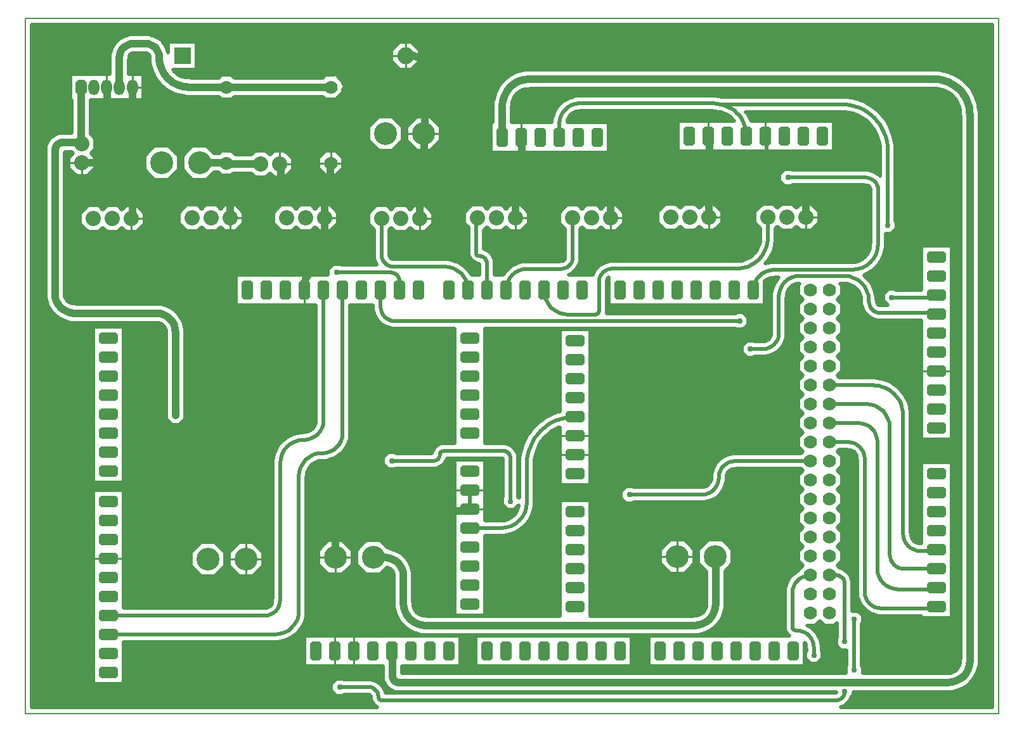
<source format=gbr>
G04 PROTEUS GERBER X2 FILE*
%TF.GenerationSoftware,Labcenter,Proteus,8.12-SP2-Build31155*%
%TF.CreationDate,2022-01-10T11:38:20+00:00*%
%TF.FileFunction,Copper,L2,Bot*%
%TF.FilePolarity,Positive*%
%TF.Part,Single*%
%TF.SameCoordinates,{77801cfb-34c7-4bc7-9940-2a46c461fd0e}*%
%FSLAX45Y45*%
%MOMM*%
G01*
%TA.AperFunction,Conductor*%
%ADD11C,0.508000*%
%ADD10C,1.016000*%
%TA.AperFunction,ViaPad*%
%ADD12C,0.762000*%
%ADD13C,1.016000*%
%TA.AperFunction,Conductor*%
%ADD22C,0.254000*%
%TA.AperFunction,ComponentPad*%
%ADD14C,1.778000*%
%AMDIL005*
4,1,8,
-0.762000,0.965200,-0.457200,1.270000,0.457200,1.270000,0.762000,0.965200,0.762000,-0.965200,
0.457200,-1.270000,-0.457200,-1.270000,-0.762000,-0.965200,-0.762000,0.965200,
0*%
%TA.AperFunction,ComponentPad*%
%ADD15DIL005*%
%AMDIL006*
4,1,8,
-1.270000,0.457200,-0.965200,0.762000,0.965200,0.762000,1.270000,0.457200,1.270000,-0.457200,
0.965200,-0.762000,-0.965200,-0.762000,-1.270000,-0.457200,-1.270000,0.457200,
0*%
%TA.AperFunction,ComponentPad*%
%ADD16DIL006*%
%TA.AperFunction,ComponentPad*%
%ADD17C,2.032000*%
%TA.AperFunction,ComponentPad*%
%ADD18C,3.048000*%
%AMDIL009*
4,1,8,
-0.725000,0.710000,-0.435000,1.000000,0.435000,1.000000,0.725000,0.710000,0.725000,-0.710000,
0.435000,-1.000000,-0.435000,-1.000000,-0.725000,-0.710000,-0.725000,0.710000,
0*%
%TA.AperFunction,WasherPad*%
%ADD19DIL009*%
%AMPPAD010*
4,1,34,
0.000010,1.000000,
0.148250,0.985570,
0.285330,0.944070,
0.408610,0.878130,
0.515430,0.790430,
0.603130,0.683610,
0.669070,0.560330,
0.710570,0.423250,
0.725000,0.275010,
0.725000,-0.275010,
0.710570,-0.423250,
0.669070,-0.560330,
0.603130,-0.683610,
0.515430,-0.790430,
0.408610,-0.878130,
0.285330,-0.944070,
0.148250,-0.985570,
-0.000010,-1.000000,
-0.148250,-0.985570,
-0.285330,-0.944070,
-0.408610,-0.878130,
-0.515430,-0.790430,
-0.603130,-0.683610,
-0.669070,-0.560330,
-0.710570,-0.423250,
-0.725000,-0.275010,
-0.725000,0.275010,
-0.710570,0.423250,
-0.669070,0.560330,
-0.603130,0.683610,
-0.515430,0.790430,
-0.408610,0.878130,
-0.285330,0.944070,
-0.148250,0.985570,
0.000010,1.000000,
0*%
%ADD70PPAD010*%
%TA.AperFunction,WasherPad*%
%ADD71R,2.250000X2.250000*%
%TA.AperFunction,ComponentPad*%
%ADD20C,2.250000*%
%TA.AperFunction,Profile*%
%ADD21C,0.203200*%
%TD.AperFunction*%
G36*
X+7743640Y-3613640D02*
X+5721867Y-3613640D01*
X+5738477Y-3608610D01*
X+5776647Y-3588197D01*
X+5809857Y-3560930D01*
X+5837124Y-3527720D01*
X+5857537Y-3489550D01*
X+5861827Y-3475383D01*
X+5886809Y-3450401D01*
X+5886809Y-3410528D01*
X+7199703Y-3410528D01*
X+7232989Y-3402769D01*
X+7313523Y-3378385D01*
X+7386432Y-3339392D01*
X+7449776Y-3287383D01*
X+7457696Y-3277738D01*
X+7501785Y-3224039D01*
X+7507681Y-3213015D01*
X+7540778Y-3151130D01*
X+7565162Y-3070596D01*
X+7572921Y-3037310D01*
X+7572921Y+4359193D01*
X+7570054Y+4368660D01*
X+7561130Y+4429096D01*
X+7546527Y+4487474D01*
X+7544417Y+4493371D01*
X+7526500Y+4543435D01*
X+7501312Y+4596638D01*
X+7471239Y+4646753D01*
X+7436586Y+4693436D01*
X+7397625Y+4736408D01*
X+7388803Y+4744406D01*
X+7354653Y+4775369D01*
X+7307961Y+4810028D01*
X+7257860Y+4840092D01*
X+7204652Y+4865283D01*
X+7148691Y+4885310D01*
X+7142612Y+4886831D01*
X+7090313Y+4899913D01*
X+7029877Y+4908837D01*
X+7020410Y+4911704D01*
X+1506494Y+4911704D01*
X+1461700Y+4902825D01*
X+1370531Y+4875222D01*
X+1359454Y+4869298D01*
X+1288046Y+4831107D01*
X+1216413Y+4772292D01*
X+1208493Y+4762647D01*
X+1157598Y+4700659D01*
X+1113483Y+4618175D01*
X+1085880Y+4527003D01*
X+1077001Y+4482211D01*
X+1077001Y+4213199D01*
X+1051601Y+4213199D01*
X+1051601Y+3806801D01*
X+2626399Y+3806801D01*
X+2626399Y+4213199D01*
X+2070882Y+4213199D01*
X+2071915Y+4231842D01*
X+2080695Y+4260844D01*
X+2095248Y+4288054D01*
X+2114499Y+4311501D01*
X+2137946Y+4330752D01*
X+2165156Y+4345305D01*
X+2194158Y+4354085D01*
X+2272084Y+4358401D01*
X+3979916Y+4358401D01*
X+4054585Y+4356507D01*
X+4069882Y+4349646D01*
X+4127595Y+4342328D01*
X+4156213Y+4332086D01*
X+4185734Y+4318110D01*
X+4213431Y+4301489D01*
X+4239190Y+4282368D01*
X+4262885Y+4260885D01*
X+4284368Y+4237190D01*
X+4294753Y+4223199D01*
X+3547601Y+4223199D01*
X+3547601Y+3816801D01*
X+5630399Y+3816801D01*
X+5630399Y+4223199D01*
X+4525215Y+4223199D01*
X+4522023Y+4232118D01*
X+4499489Y+4279712D01*
X+4472591Y+4324535D01*
X+4453951Y+4349646D01*
X+5678409Y+4349646D01*
X+5776579Y+4346722D01*
X+5828981Y+4338984D01*
X+5879922Y+4326242D01*
X+5928451Y+4308874D01*
X+5974389Y+4287125D01*
X+6017530Y+4261237D01*
X+6057678Y+4231436D01*
X+6094596Y+4197965D01*
X+6128067Y+4161047D01*
X+6157868Y+4120899D01*
X+6183756Y+4077758D01*
X+6205505Y+4031820D01*
X+6222873Y+3983291D01*
X+6235615Y+3932350D01*
X+6243353Y+3879948D01*
X+6246277Y+3781778D01*
X+6246277Y+3492273D01*
X+6244106Y+3494917D01*
X+6204150Y+3527723D01*
X+6158181Y+3552309D01*
X+6107510Y+3567649D01*
X+6095751Y+3572410D01*
X+5074175Y+3572410D01*
X+5061475Y+3585110D01*
X+4966787Y+3585110D01*
X+4899832Y+3518155D01*
X+4899832Y+3423467D01*
X+4966787Y+3356512D01*
X+5061475Y+3356512D01*
X+5074175Y+3369212D01*
X+6011583Y+3369212D01*
X+6069941Y+3366717D01*
X+6080075Y+3363649D01*
X+6090674Y+3357981D01*
X+6099732Y+3350543D01*
X+6107170Y+3341485D01*
X+6112838Y+3330886D01*
X+6115906Y+3320752D01*
X+6118401Y+3262394D01*
X+6118401Y+2632084D01*
X+6112355Y+2535836D01*
X+6098296Y+2489400D01*
X+6075478Y+2446735D01*
X+6045235Y+2409901D01*
X+6008401Y+2379658D01*
X+5965736Y+2356840D01*
X+5919300Y+2342781D01*
X+5823052Y+2336735D01*
X+4786052Y+2336735D01*
X+4752665Y+2329870D01*
X+4743052Y+2326960D01*
X+4713622Y+2318049D01*
X+4732851Y+2339259D01*
X+4763028Y+2379914D01*
X+4765593Y+2384188D01*
X+4789212Y+2423546D01*
X+4811144Y+2469873D01*
X+4828587Y+2518612D01*
X+4841312Y+2569487D01*
X+4842043Y+2574436D01*
X+4849088Y+2622146D01*
X+4851599Y+2634195D01*
X+4851599Y+2790153D01*
X+4877000Y+2815554D01*
X+4930353Y+2762201D01*
X+5077647Y+2762201D01*
X+5131000Y+2815554D01*
X+5184353Y+2762201D01*
X+5331647Y+2762201D01*
X+5435799Y+2866353D01*
X+5435799Y+3013647D01*
X+5331647Y+3117799D01*
X+5184353Y+3117799D01*
X+5131000Y+3064446D01*
X+5077647Y+3117799D01*
X+4930353Y+3117799D01*
X+4877000Y+3064446D01*
X+4823647Y+3117799D01*
X+4676353Y+3117799D01*
X+4572201Y+3013647D01*
X+4572201Y+2866353D01*
X+4648401Y+2790153D01*
X+4648401Y+2718363D01*
X+4646472Y+2641008D01*
X+4641756Y+2609066D01*
X+4633899Y+2577654D01*
X+4623203Y+2547768D01*
X+4609829Y+2519519D01*
X+4593927Y+2493019D01*
X+4575629Y+2468369D01*
X+4555076Y+2445699D01*
X+4532404Y+2425144D01*
X+4507761Y+2406851D01*
X+4481254Y+2390946D01*
X+4453006Y+2377572D01*
X+4423121Y+2366876D01*
X+4391709Y+2359019D01*
X+4359767Y+2354303D01*
X+4282412Y+2352374D01*
X+2628460Y+2352374D01*
X+2614477Y+2347398D01*
X+2561748Y+2331432D01*
X+2513932Y+2305859D01*
X+2472373Y+2271738D01*
X+2438249Y+2230177D01*
X+2412678Y+2182364D01*
X+2407784Y+2166199D01*
X+2084640Y+2166199D01*
X+2088085Y+2167242D01*
X+2131274Y+2190340D01*
X+2168828Y+2221172D01*
X+2199660Y+2258724D01*
X+2222759Y+2301917D01*
X+2237164Y+2349501D01*
X+2241599Y+2357916D01*
X+2241599Y+2780153D01*
X+2267000Y+2805554D01*
X+2320353Y+2752201D01*
X+2467647Y+2752201D01*
X+2521000Y+2805554D01*
X+2574353Y+2752201D01*
X+2721647Y+2752201D01*
X+2825799Y+2856353D01*
X+2825799Y+3003647D01*
X+2721647Y+3107799D01*
X+2574353Y+3107799D01*
X+2521000Y+3054446D01*
X+2467647Y+3107799D01*
X+2320353Y+3107799D01*
X+2267000Y+3054446D01*
X+2213647Y+3107799D01*
X+2066353Y+3107799D01*
X+1962201Y+3003647D01*
X+1962201Y+2856353D01*
X+2038401Y+2780153D01*
X+2038401Y+2442084D01*
X+2036205Y+2386977D01*
X+2034099Y+2380020D01*
X+2029915Y+2372197D01*
X+2024454Y+2365546D01*
X+2017805Y+2360087D01*
X+2009978Y+2355901D01*
X+2003023Y+2353795D01*
X+1947916Y+2351599D01*
X+1498916Y+2351599D01*
X+1462488Y+2344438D01*
X+1388998Y+2322187D01*
X+1380137Y+2317449D01*
X+1322512Y+2286631D01*
X+1314776Y+2280280D01*
X+1264774Y+2239226D01*
X+1217369Y+2181488D01*
X+1209192Y+2166199D01*
X+1101599Y+2166199D01*
X+1101599Y+2362084D01*
X+1095880Y+2367803D01*
X+1095249Y+2369889D01*
X+1085154Y+2403230D01*
X+1044348Y+2464347D01*
X+983230Y+2505154D01*
X+950799Y+2514973D01*
X+950799Y+2759353D01*
X+997000Y+2805554D01*
X+1050353Y+2752201D01*
X+1197647Y+2752201D01*
X+1251000Y+2805554D01*
X+1304353Y+2752201D01*
X+1451647Y+2752201D01*
X+1555799Y+2856353D01*
X+1555799Y+3003647D01*
X+1451647Y+3107799D01*
X+1304353Y+3107799D01*
X+1251000Y+3054446D01*
X+1197647Y+3107799D01*
X+1050353Y+3107799D01*
X+997000Y+3054446D01*
X+943647Y+3107799D01*
X+796353Y+3107799D01*
X+692201Y+3003647D01*
X+692201Y+2856353D01*
X+747601Y+2800953D01*
X+747601Y+2428716D01*
X+757329Y+2411307D01*
X+790631Y+2361431D01*
X+840507Y+2328129D01*
X+857916Y+2318401D01*
X+897272Y+2317272D01*
X+898401Y+2277916D01*
X+898401Y+2166199D01*
X+794366Y+2166199D01*
X+778147Y+2196525D01*
X+771795Y+2204262D01*
X+727513Y+2258195D01*
X+665843Y+2308829D01*
X+594827Y+2346809D01*
X+585211Y+2349721D01*
X+516289Y+2370590D01*
X+474402Y+2378281D01*
X-201751Y+2378281D01*
X-260077Y+2380772D01*
X-270175Y+2383829D01*
X-280748Y+2389484D01*
X-289781Y+2396901D01*
X-297198Y+2405934D01*
X-302853Y+2416507D01*
X-305910Y+2426605D01*
X-308401Y+2484931D01*
X-308401Y+2770153D01*
X-283000Y+2795554D01*
X-229647Y+2742201D01*
X-82353Y+2742201D01*
X-29000Y+2795554D01*
X+24353Y+2742201D01*
X+171647Y+2742201D01*
X+275799Y+2846353D01*
X+275799Y+2993647D01*
X+171647Y+3097799D01*
X+24353Y+3097799D01*
X-29000Y+3044446D01*
X-82353Y+3097799D01*
X-229647Y+3097799D01*
X-283000Y+3044446D01*
X-336353Y+3097799D01*
X-483647Y+3097799D01*
X-587799Y+2993647D01*
X-587799Y+2846353D01*
X-511599Y+2770153D01*
X-511599Y+2400763D01*
X-506843Y+2389043D01*
X-491509Y+2338397D01*
X-472657Y+2303149D01*
X-949956Y+2303149D01*
X-962656Y+2315849D01*
X-1057344Y+2315849D01*
X-1124299Y+2248894D01*
X-1124299Y+2166199D01*
X-2352799Y+2166199D01*
X-2352799Y+1759801D01*
X-1285999Y+1759801D01*
X-1285999Y+269299D01*
X-1290320Y+191310D01*
X-1299120Y+162246D01*
X-1313701Y+134982D01*
X-1332991Y+111487D01*
X-1356486Y+92197D01*
X-1383750Y+77616D01*
X-1412814Y+68816D01*
X-1490803Y+64495D01*
X-1533233Y+56751D01*
X-1612273Y+32818D01*
X-1621129Y+28082D01*
X-1683740Y-5403D01*
X-1691476Y-11754D01*
X-1745802Y-56358D01*
X-1752779Y-64856D01*
X-1796757Y-118420D01*
X-1834978Y-189887D01*
X-1837890Y-199503D01*
X-1858911Y-268927D01*
X-1866655Y-311357D01*
X-1866655Y-2134947D01*
X-1869964Y-2202106D01*
X-1875614Y-2220767D01*
X-1885288Y-2238856D01*
X-1898054Y-2254404D01*
X-1913599Y-2267168D01*
X-1931688Y-2276842D01*
X-1950350Y-2282492D01*
X-2017509Y-2285801D01*
X-3852801Y-2285801D01*
X-3852801Y-711001D01*
X-4259199Y-711001D01*
X-4259199Y-3301799D01*
X-3852801Y-3301799D01*
X-3852801Y-2742999D01*
X-1796572Y-2742999D01*
X-1752412Y-2735086D01*
X-1671772Y-2710670D01*
X-1598859Y-2671676D01*
X-1591123Y-2665325D01*
X-1535550Y-2619697D01*
X-1483574Y-2556393D01*
X-1444577Y-2483477D01*
X-1420160Y-2402831D01*
X-1412248Y-2358675D01*
X-1412248Y-572302D01*
X-1406940Y-483834D01*
X-1395114Y-444779D01*
X-1375801Y-408667D01*
X-1350219Y-377509D01*
X-1319061Y-351927D01*
X-1282949Y-332614D01*
X-1243894Y-320788D01*
X-1155426Y-315480D01*
X-1123066Y-308715D01*
X-1113453Y-305805D01*
X-1053332Y-287602D01*
X-1044472Y-282864D01*
X-990231Y-253854D01*
X-982497Y-247505D01*
X-935425Y-208857D01*
X-890425Y-154049D01*
X-883920Y-141886D01*
X-856678Y-90946D01*
X-835566Y-21214D01*
X-828801Y+11145D01*
X-828801Y+1759801D01*
X-523999Y+1759801D01*
X-523999Y+1698378D01*
X-518795Y+1682054D01*
X-502172Y+1627149D01*
X-475559Y+1577388D01*
X-469208Y+1569652D01*
X-440047Y+1534135D01*
X-396794Y+1498623D01*
X-347033Y+1472010D01*
X-292128Y+1455387D01*
X-275804Y+1450183D01*
X+566801Y+1450183D01*
X+566801Y-84463D01*
X+375088Y-84463D01*
X+357679Y-94191D01*
X+307803Y-127493D01*
X+274501Y-177369D01*
X+264773Y-194778D01*
X+263188Y-214610D01*
X+243356Y-216195D01*
X+5293Y-216196D01*
X-214809Y-216195D01*
X-227509Y-203495D01*
X-322197Y-203495D01*
X-389152Y-270450D01*
X-389152Y-365138D01*
X-322197Y-432093D01*
X-227509Y-432093D01*
X-214809Y-419393D01*
X+5293Y-419392D01*
X+327524Y-419393D01*
X+356791Y-407339D01*
X+416231Y-367653D01*
X+455917Y-308213D01*
X+464382Y-287661D01*
X+1169959Y-287661D01*
X+1209896Y-288813D01*
X+1211048Y-328750D01*
X+1211048Y-799367D01*
X+1198348Y-812067D01*
X+1198348Y-906755D01*
X+1265303Y-973710D01*
X+1359991Y-973710D01*
X+1420695Y-913006D01*
X+1420012Y-923969D01*
X+1406365Y-969043D01*
X+1384194Y-1010498D01*
X+1354809Y-1046288D01*
X+1319019Y-1075673D01*
X+1277564Y-1097844D01*
X+1232490Y-1111491D01*
X+1137675Y-1117401D01*
X+973199Y-1117401D01*
X+973199Y-304601D01*
X+566801Y-304601D01*
X+566801Y-2387399D01*
X+973199Y-2387399D01*
X+973199Y-1320599D01*
X+1221843Y-1320599D01*
X+1270694Y-1312229D01*
X+1355679Y-1286498D01*
X+1364537Y-1281761D01*
X+1432494Y-1245416D01*
X+1499183Y-1190662D01*
X+1553937Y-1123973D01*
X+1595019Y-1047158D01*
X+1597931Y-1037541D01*
X+1620750Y-962173D01*
X+1629120Y-913322D01*
X+1629120Y-415563D01*
X+1632119Y-315828D01*
X+1640082Y-261908D01*
X+1653188Y-209507D01*
X+1671059Y-159571D01*
X+1693429Y-112321D01*
X+1720067Y-67930D01*
X+1750726Y-26628D01*
X+1785164Y+11357D01*
X+1823149Y+45795D01*
X+1864451Y+76454D01*
X+1908842Y+103092D01*
X+1956092Y+125462D01*
X+1966801Y+129295D01*
X+1966801Y-645399D01*
X+2373199Y-645399D01*
X+2373199Y+1437399D01*
X+1966801Y+1437399D01*
X+1966801Y+342978D01*
X+1946990Y+338023D01*
X+1878204Y+313405D01*
X+1812854Y+282465D01*
X+1751346Y+245555D01*
X+1747343Y+242584D01*
X+1725481Y+226355D01*
X+1694047Y+203022D01*
X+1690358Y+199678D01*
X+1641310Y+155211D01*
X+1593499Y+102474D01*
X+1590533Y+98479D01*
X+1570166Y+71040D01*
X+1550966Y+45175D01*
X+1548399Y+40898D01*
X+1514056Y-16333D01*
X+1483116Y-81683D01*
X+1458498Y-150469D01*
X+1440528Y-222323D01*
X+1439797Y-227271D01*
X+1429528Y-296808D01*
X+1425922Y-331395D01*
X+1425922Y-811043D01*
X+1414246Y-799367D01*
X+1414246Y-244582D01*
X+1408564Y-238900D01*
X+1407884Y-236653D01*
X+1399213Y-208017D01*
X+1380611Y-173233D01*
X+1355753Y-142956D01*
X+1325480Y-118102D01*
X+1290690Y-99494D01*
X+1259809Y-90145D01*
X+1254127Y-84463D01*
X+973199Y-84463D01*
X+973199Y+1450183D01*
X+4313676Y+1450183D01*
X+4326376Y+1437483D01*
X+4421064Y+1437483D01*
X+4488019Y+1504438D01*
X+4488019Y+1599126D01*
X+4421064Y+1666081D01*
X+4326376Y+1666081D01*
X+4313676Y+1653381D01*
X+2594933Y+1653381D01*
X+2594933Y+2031481D01*
X+2597627Y+2092013D01*
X+2601332Y+2104249D01*
X+2607992Y+2116702D01*
X+2616745Y+2127362D01*
X+2625601Y+2134633D01*
X+2625601Y+1759801D01*
X+4708399Y+1759801D01*
X+4708399Y+2085556D01*
X+4731498Y+2104521D01*
X+4760092Y+2119813D01*
X+4790657Y+2129068D01*
X+4870220Y+2133537D01*
X+4894980Y+2133537D01*
X+4858454Y+2089050D01*
X+4823121Y+2022985D01*
X+4801015Y+1949970D01*
X+4793904Y+1914053D01*
X+4793904Y+1829885D01*
X+4793905Y+1633116D01*
X+4793904Y+1436347D01*
X+4790479Y+1367941D01*
X+4784465Y+1348080D01*
X+4774223Y+1328929D01*
X+4760710Y+1312471D01*
X+4744244Y+1298951D01*
X+4725097Y+1288712D01*
X+4705236Y+1282698D01*
X+4636830Y+1279273D01*
X+4571594Y+1279273D01*
X+4558894Y+1291973D01*
X+4464206Y+1291973D01*
X+4397251Y+1225018D01*
X+4397251Y+1130330D01*
X+4464206Y+1063375D01*
X+4558894Y+1063375D01*
X+4571594Y+1076075D01*
X+4720998Y+1076075D01*
X+4743028Y+1081835D01*
X+4752638Y+1084744D01*
X+4803206Y+1100053D01*
X+4820060Y+1109067D01*
X+4857723Y+1129209D01*
X+4905081Y+1168094D01*
X+4943970Y+1215458D01*
X+4973120Y+1269965D01*
X+4976032Y+1279581D01*
X+4991341Y+1330143D01*
X+4997102Y+1352179D01*
X+4997102Y+1436347D01*
X+4997101Y+1633116D01*
X+4997102Y+1829885D01*
X+5001805Y+1911934D01*
X+5011781Y+1944883D01*
X+5028194Y+1975571D01*
X+5049927Y+2002041D01*
X+5076395Y+2023773D01*
X+5107090Y+2040189D01*
X+5140034Y+2050163D01*
X+5173603Y+2052088D01*
X+5152901Y+2031386D01*
X+5152901Y+1894614D01*
X+5211515Y+1836000D01*
X+5152901Y+1777386D01*
X+5152901Y+1640614D01*
X+5211515Y+1582000D01*
X+5152901Y+1523386D01*
X+5152901Y+1386614D01*
X+5211515Y+1328000D01*
X+5152901Y+1269386D01*
X+5152901Y+1132614D01*
X+5211515Y+1074000D01*
X+5152901Y+1015386D01*
X+5152901Y+878614D01*
X+5211515Y+820000D01*
X+5152901Y+761386D01*
X+5152901Y+624614D01*
X+5211515Y+566000D01*
X+5152901Y+507386D01*
X+5152901Y+370614D01*
X+5211515Y+312000D01*
X+5152901Y+253386D01*
X+5152901Y+116614D01*
X+5211515Y+58000D01*
X+5152901Y-614D01*
X+5152901Y-137386D01*
X+5211515Y-196000D01*
X+5186114Y-221401D01*
X+4266043Y-221401D01*
X+4244812Y-227083D01*
X+4235199Y-229993D01*
X+4185361Y-245082D01*
X+4131521Y-273879D01*
X+4123787Y-280228D01*
X+4084733Y-312292D01*
X+4046320Y-359077D01*
X+4017520Y-412928D01*
X+3999524Y-472368D01*
X+3993842Y-493602D01*
X+3990086Y-565562D01*
X+3983036Y-588844D01*
X+3971182Y-611009D01*
X+3955522Y-630081D01*
X+3936450Y-645741D01*
X+3914285Y-657595D01*
X+3891003Y-664645D01*
X+3819043Y-668401D01*
X+2960191Y-668401D01*
X+2947491Y-655701D01*
X+2852803Y-655701D01*
X+2785848Y-722656D01*
X+2785848Y-817344D01*
X+2852803Y-884299D01*
X+2947491Y-884299D01*
X+2960191Y-871599D01*
X+3903211Y-871599D01*
X+3928868Y-865487D01*
X+3992400Y-846250D01*
X+4001256Y-841514D01*
X+4049922Y-815487D01*
X+4099896Y-774455D01*
X+4140928Y-724481D01*
X+4171691Y-666959D01*
X+4174603Y-657343D01*
X+4190928Y-603427D01*
X+4197040Y-577770D01*
X+4200392Y-510148D01*
X+4206178Y-491037D01*
X+4216062Y-472555D01*
X+4229108Y-456666D01*
X+4244994Y-443623D01*
X+4263484Y-433734D01*
X+4282584Y-427951D01*
X+4350211Y-424599D01*
X+5186114Y-424599D01*
X+5211515Y-450000D01*
X+5152901Y-508614D01*
X+5152901Y-645386D01*
X+5211515Y-704000D01*
X+5152901Y-762614D01*
X+5152901Y-899386D01*
X+5211515Y-958000D01*
X+5152901Y-1016614D01*
X+5152901Y-1153386D01*
X+5211515Y-1212000D01*
X+5152901Y-1270614D01*
X+5152901Y-1407386D01*
X+5211515Y-1466000D01*
X+5152901Y-1524614D01*
X+5152901Y-1661386D01*
X+5211515Y-1720000D01*
X+5152901Y-1778614D01*
X+5152901Y-1787583D01*
X+5123889Y-1803100D01*
X+5116158Y-1809447D01*
X+5072528Y-1845269D01*
X+5030359Y-1896630D01*
X+4998735Y-1955759D01*
X+4978960Y-2021077D01*
X+4972660Y-2048657D01*
X+4972660Y-2577557D01*
X+4982388Y-2594966D01*
X+5015690Y-2644842D01*
X+5038094Y-2659801D01*
X+3159001Y-2659801D01*
X+3159001Y-3066199D01*
X+5241799Y-3066199D01*
X+5241799Y-2752453D01*
X+5251347Y-2770306D01*
X+5258673Y-2794501D01*
X+5261894Y-2855560D01*
X+5249819Y-2867635D01*
X+5249819Y-2962323D01*
X+5316774Y-3029278D01*
X+5411462Y-3029278D01*
X+5478417Y-2962323D01*
X+5478417Y-2867635D01*
X+5465717Y-2854935D01*
X+5465717Y-2783248D01*
X+5459510Y-2756622D01*
X+5440003Y-2692194D01*
X+5435265Y-2683334D01*
X+5408806Y-2633862D01*
X+5367202Y-2583189D01*
X+5316529Y-2541585D01*
X+5276355Y-2520099D01*
X+5386386Y-2520099D01*
X+5445000Y-2461485D01*
X+5503614Y-2520099D01*
X+5640386Y-2520099D01*
X+5670911Y-2489574D01*
X+5670911Y-2675641D01*
X+5658211Y-2688341D01*
X+5658211Y-2783029D01*
X+5725166Y-2849984D01*
X+5800402Y-2849984D01*
X+5800402Y-3054150D01*
X+5787702Y-3066850D01*
X+5787702Y-3156530D01*
X-131433Y-3156530D01*
X-136409Y-3156214D01*
X-136725Y-3151238D01*
X-136725Y-3066199D01*
X+644399Y-3066199D01*
X+644399Y-2659801D01*
X-1438399Y-2659801D01*
X-1438399Y-3066199D01*
X-390723Y-3066199D01*
X-390723Y-3256448D01*
X-377312Y-3284581D01*
X-332257Y-3352062D01*
X-264776Y-3397117D01*
X-236643Y-3410528D01*
X+5658211Y-3410528D01*
X+5658211Y-3420353D01*
X+5609900Y-3421984D01*
X-356766Y-3421984D01*
X-368640Y-3382767D01*
X-389872Y-3343065D01*
X-418222Y-3308536D01*
X-452751Y-3280186D01*
X-492447Y-3258957D01*
X-536165Y-3245720D01*
X-540385Y-3241694D01*
X-910896Y-3241694D01*
X-923596Y-3228994D01*
X-1018284Y-3228994D01*
X-1085239Y-3295949D01*
X-1085239Y-3390637D01*
X-1018284Y-3457592D01*
X-923596Y-3457592D01*
X-910896Y-3444892D01*
X-624553Y-3444892D01*
X-573518Y-3446715D01*
X-570568Y-3447609D01*
X-566224Y-3449932D01*
X-562596Y-3452910D01*
X-559618Y-3456538D01*
X-557298Y-3460876D01*
X-556402Y-3463835D01*
X-554578Y-3514867D01*
X-544850Y-3532276D01*
X-511548Y-3582152D01*
X-464389Y-3613640D01*
X-5083640Y-3613640D01*
X-5083640Y+5513640D01*
X+7743640Y+5513640D01*
X+7743640Y-3613640D01*
G37*
%LPC*%
G36*
X+2930399Y-3066199D02*
X+847601Y-3066199D01*
X+847601Y-2659801D01*
X+2930399Y-2659801D01*
X+2930399Y-3066199D01*
G37*
G36*
X+2373199Y-1153399D02*
X+2373199Y-2390491D01*
X+3712218Y-2390491D01*
X+3801356Y-2385871D01*
X+3829688Y-2377293D01*
X+3856702Y-2362845D01*
X+3879953Y-2343755D01*
X+3899040Y-2320509D01*
X+3913490Y-2293490D01*
X+3922067Y-2265160D01*
X+3926687Y-2176022D01*
X+3926687Y-1801975D01*
X+3819401Y-1694689D01*
X+3819401Y-1505311D01*
X+3953311Y-1371401D01*
X+4142689Y-1371401D01*
X+4276599Y-1505311D01*
X+4276599Y-1694689D01*
X+4180685Y-1790603D01*
X+4180685Y-2281232D01*
X+4173124Y-2312482D01*
X+4149313Y-2391127D01*
X+4143390Y-2402203D01*
X+4111223Y-2462350D01*
X+4060419Y-2524225D01*
X+3998548Y-2575025D01*
X+3927323Y-2613117D01*
X+3848678Y-2636928D01*
X+3817428Y-2644489D01*
X+126336Y-2644489D01*
X+93026Y-2636727D01*
X+81015Y-2633091D01*
X+12471Y-2612337D01*
X+1399Y-2606416D01*
X-60464Y-2573331D01*
X-123819Y-2521313D01*
X-131741Y-2511665D01*
X-175842Y-2457952D01*
X-214848Y-2385017D01*
X-239237Y-2304465D01*
X-246999Y-2271154D01*
X-246999Y-1912605D01*
X-250893Y-1831252D01*
X-257197Y-1810433D01*
X-268112Y-1790023D01*
X-282500Y-1772500D01*
X-300023Y-1758112D01*
X-320433Y-1747197D01*
X-332312Y-1743600D01*
X-427311Y-1838599D01*
X-616689Y-1838599D01*
X-750599Y-1704689D01*
X-750599Y-1515311D01*
X-616689Y-1381401D01*
X-427311Y-1381401D01*
X-325711Y-1483001D01*
X-317395Y-1483001D01*
X-294093Y-1489788D01*
X-277828Y-1494713D01*
X-222790Y-1511377D01*
X-158178Y-1545933D01*
X-102032Y-1592032D01*
X-55933Y-1648178D01*
X-21377Y-1712790D01*
X+212Y-1784093D01*
X+6999Y-1807395D01*
X+6999Y-2165944D01*
X+11807Y-2257106D01*
X+20974Y-2287378D01*
X+36341Y-2316113D01*
X+56644Y-2340841D01*
X+81380Y-2361151D01*
X+110112Y-2376517D01*
X+140383Y-2385682D01*
X+231546Y-2390491D01*
X+1966801Y-2390491D01*
X+1966801Y-848601D01*
X+2373199Y-848601D01*
X+2373199Y-1153399D01*
G37*
G36*
X-3852801Y+1168601D02*
X-3852801Y-609399D01*
X-4259199Y-609399D01*
X-4259199Y+1473399D01*
X-3852801Y+1473399D01*
X-3852801Y+1168601D01*
G37*
G36*
X+4135799Y+3013647D02*
X+4135799Y+2866353D01*
X+4031647Y+2762201D01*
X+3884353Y+2762201D01*
X+3831000Y+2815554D01*
X+3777647Y+2762201D01*
X+3630353Y+2762201D01*
X+3577000Y+2815554D01*
X+3523647Y+2762201D01*
X+3376353Y+2762201D01*
X+3272201Y+2866353D01*
X+3272201Y+3013647D01*
X+3376353Y+3117799D01*
X+3523647Y+3117799D01*
X+3577000Y+3064446D01*
X+3630353Y+3117799D01*
X+3777647Y+3117799D01*
X+3831000Y+3064446D01*
X+3884353Y+3117799D01*
X+4031647Y+3117799D01*
X+4135799Y+3013647D01*
G37*
G36*
X-994201Y+3003647D02*
X-994201Y+2856353D01*
X-1098353Y+2752201D01*
X-1245647Y+2752201D01*
X-1299000Y+2805554D01*
X-1352353Y+2752201D01*
X-1499647Y+2752201D01*
X-1553000Y+2805554D01*
X-1606353Y+2752201D01*
X-1753647Y+2752201D01*
X-1857799Y+2856353D01*
X-1857799Y+3003647D01*
X-1753647Y+3107799D01*
X-1606353Y+3107799D01*
X-1553000Y+3054446D01*
X-1499647Y+3107799D01*
X-1352353Y+3107799D01*
X-1299000Y+3054446D01*
X-1245647Y+3107799D01*
X-1098353Y+3107799D01*
X-994201Y+3003647D01*
G37*
G36*
X-2254201Y+3003647D02*
X-2254201Y+2856353D01*
X-2358353Y+2752201D01*
X-2505647Y+2752201D01*
X-2559000Y+2805554D01*
X-2612353Y+2752201D01*
X-2759647Y+2752201D01*
X-2813000Y+2805554D01*
X-2866353Y+2752201D01*
X-3013647Y+2752201D01*
X-3117799Y+2856353D01*
X-3117799Y+3003647D01*
X-3013647Y+3107799D01*
X-2866353Y+3107799D01*
X-2813000Y+3054446D01*
X-2759647Y+3107799D01*
X-2612353Y+3107799D01*
X-2559000Y+3054446D01*
X-2505647Y+3107799D01*
X-2358353Y+3107799D01*
X-2254201Y+3003647D01*
G37*
G36*
X-3572201Y+2993647D02*
X-3572201Y+2846353D01*
X-3676353Y+2742201D01*
X-3823647Y+2742201D01*
X-3877000Y+2795554D01*
X-3930353Y+2742201D01*
X-4077647Y+2742201D01*
X-4131000Y+2795554D01*
X-4184353Y+2742201D01*
X-4331647Y+2742201D01*
X-4435799Y+2846353D01*
X-4435799Y+2993647D01*
X-4331647Y+3097799D01*
X-4184353Y+3097799D01*
X-4131000Y+3044446D01*
X-4077647Y+3097799D01*
X-3930353Y+3097799D01*
X-3877000Y+3044446D01*
X-3823647Y+3097799D01*
X-3676353Y+3097799D01*
X-3572201Y+2993647D01*
G37*
G36*
X-1258599Y-1704689D02*
X-1258599Y-1515311D01*
X-1124689Y-1381401D01*
X-935311Y-1381401D01*
X-801401Y-1515311D01*
X-801401Y-1704689D01*
X-935311Y-1838599D01*
X-1124689Y-1838599D01*
X-1258599Y-1704689D01*
G37*
G36*
X-588599Y+3965311D02*
X-588599Y+4154689D01*
X-454689Y+4288599D01*
X-265311Y+4288599D01*
X-131401Y+4154689D01*
X-131401Y+3965311D01*
X-265311Y+3831401D01*
X-454689Y+3831401D01*
X-588599Y+3965311D01*
G37*
G36*
X-80599Y+3965311D02*
X-80599Y+4154689D01*
X+53311Y+4288599D01*
X+242689Y+4288599D01*
X+376599Y+4154689D01*
X+376599Y+3965311D01*
X+242689Y+3831401D01*
X+53311Y+3831401D01*
X-80599Y+3965311D01*
G37*
G36*
X-2958599Y-1724689D02*
X-2958599Y-1535311D01*
X-2824689Y-1401401D01*
X-2635311Y-1401401D01*
X-2501401Y-1535311D01*
X-2501401Y-1724689D01*
X-2635311Y-1858599D01*
X-2824689Y-1858599D01*
X-2958599Y-1724689D01*
G37*
G36*
X-2450599Y-1724689D02*
X-2450599Y-1535311D01*
X-2316689Y-1401401D01*
X-2127311Y-1401401D01*
X-1993401Y-1535311D01*
X-1993401Y-1724689D01*
X-2127311Y-1858599D01*
X-2316689Y-1858599D01*
X-2450599Y-1724689D01*
G37*
G36*
X+3311401Y-1694689D02*
X+3311401Y-1505311D01*
X+3445311Y-1371401D01*
X+3634689Y-1371401D01*
X+3768599Y-1505311D01*
X+3768599Y-1694689D01*
X+3634689Y-1828599D01*
X+3445311Y-1828599D01*
X+3311401Y-1694689D01*
G37*
G36*
X-3498643Y+5381899D02*
X-3440528Y+5364305D01*
X-3387761Y+5336084D01*
X-3341884Y+5298417D01*
X-3325894Y+5278941D01*
X-3304218Y+5252541D01*
X-3276000Y+5199778D01*
X-3258699Y+5142636D01*
X-3258699Y+5288699D01*
X-2881301Y+5288699D01*
X-2881301Y+4911301D01*
X-3195030Y+4911301D01*
X-3174141Y+4885859D01*
X-3132075Y+4851321D01*
X-3112487Y+4839567D01*
X-3088735Y+4828321D01*
X-3063569Y+4819315D01*
X-3037046Y+4812681D01*
X-3010530Y+4808765D01*
X-2927395Y+4806999D01*
X-2586486Y+4806999D01*
X-2548386Y+4845099D01*
X-2411614Y+4845099D01*
X-2373514Y+4806999D01*
X-1196486Y+4806999D01*
X-1158386Y+4845099D01*
X-1050138Y+4845099D01*
X-1018964Y+4857944D01*
X-978546Y+4802031D01*
X-924901Y+4748386D01*
X-924901Y+4727820D01*
X-892189Y+4682567D01*
X-924901Y+4649855D01*
X-924901Y+4611614D01*
X-1021614Y+4514901D01*
X-1158386Y+4514901D01*
X-1196486Y+4553001D01*
X-2373514Y+4553001D01*
X-2411614Y+4514901D01*
X-2548386Y+4514901D01*
X-2586486Y+4553001D01*
X-3032605Y+4553001D01*
X-3035272Y+4555668D01*
X-3040124Y+4556384D01*
X-3086525Y+4563236D01*
X-3137361Y+4575951D01*
X-3186107Y+4593396D01*
X-3232457Y+4615341D01*
X-3237819Y+4618558D01*
X-3278804Y+4643151D01*
X-3354609Y+4705391D01*
X-3416849Y+4781196D01*
X-3444659Y+4827543D01*
X-3450114Y+4839063D01*
X-3466604Y+4873893D01*
X-3484049Y+4922639D01*
X-3496764Y+4973475D01*
X-3504332Y+5024728D01*
X-3506999Y+5027395D01*
X-3509612Y+5094847D01*
X-3511820Y+5102137D01*
X-3516397Y+5110696D01*
X-3522353Y+5117950D01*
X-3529608Y+5123907D01*
X-3538160Y+5128480D01*
X-3545457Y+5130690D01*
X-3612907Y+5133303D01*
X-3674179Y+5133303D01*
X-3742207Y+5130637D01*
X-3750072Y+5128255D01*
X-3759121Y+5123416D01*
X-3766805Y+5117107D01*
X-3773114Y+5109423D01*
X-3777953Y+5100374D01*
X-3780335Y+5092509D01*
X-3783001Y+5024481D01*
X-3783001Y+4856199D01*
X-3591301Y+4856199D01*
X-3591301Y+4503801D01*
X-4293001Y+4503801D01*
X-4293001Y+4054447D01*
X-4232201Y+3993647D01*
X-4232201Y+3846353D01*
X-4285554Y+3793000D01*
X-4232201Y+3739647D01*
X-4232201Y+3592353D01*
X-4336353Y+3488201D01*
X-4483647Y+3488201D01*
X-4587799Y+3592353D01*
X-4587799Y+3739647D01*
X-4534446Y+3793000D01*
X-4550163Y+3808717D01*
X-4624613Y+3808717D01*
X-4641972Y+3807430D01*
X-4643259Y+3790071D01*
X-4643259Y+1969347D01*
X-4639169Y+1885891D01*
X-4632248Y+1863032D01*
X-4620378Y+1840838D01*
X-4604723Y+1821771D01*
X-4585646Y+1806108D01*
X-4563451Y+1794238D01*
X-4540596Y+1787318D01*
X-4457140Y+1783228D01*
X-3965459Y+1783227D01*
X-3368569Y+1783228D01*
X-3342980Y+1776218D01*
X-3269570Y+1753992D01*
X-3203053Y+1718417D01*
X-3193387Y+1710481D01*
X-3145262Y+1670968D01*
X-3097810Y+1613172D01*
X-3062239Y+1546662D01*
X-3040011Y+1473244D01*
X-3033001Y+1447660D01*
X-3033001Y+237395D01*
X-3107395Y+163001D01*
X-3212605Y+163001D01*
X-3286999Y+237395D01*
X-3286999Y+1342450D01*
X-3291102Y+1426042D01*
X-3298058Y+1449018D01*
X-3309992Y+1471333D01*
X-3325728Y+1490498D01*
X-3344899Y+1506238D01*
X-3367205Y+1518168D01*
X-3390191Y+1525128D01*
X-3473779Y+1529230D01*
X-3965459Y+1529231D01*
X-4562350Y+1529230D01*
X-4587802Y+1536227D01*
X-4661089Y+1558415D01*
X-4727491Y+1593929D01*
X-4785182Y+1641294D01*
X-4832559Y+1698997D01*
X-4868074Y+1765404D01*
X-4890260Y+1838683D01*
X-4897257Y+1864137D01*
X-4897257Y+3895281D01*
X-4882816Y+3928669D01*
X-4834931Y+4000389D01*
X-4763211Y+4048274D01*
X-4729823Y+4062715D01*
X-4546999Y+4062715D01*
X-4546999Y+4503801D01*
X-4568699Y+4503801D01*
X-4568699Y+4856199D01*
X-4036999Y+4856199D01*
X-4036999Y+5129691D01*
X-4031539Y+5139342D01*
X-4027904Y+5151349D01*
X-4013777Y+5198009D01*
X-3985292Y+5251270D01*
X-3947273Y+5297575D01*
X-3900968Y+5335594D01*
X-3847707Y+5364079D01*
X-3789040Y+5381841D01*
X-3779389Y+5387301D01*
X-3507697Y+5387301D01*
X-3498643Y+5381899D01*
G37*
G36*
X-278699Y+5021838D02*
X-278699Y+5178162D01*
X-168162Y+5288699D01*
X-11838Y+5288699D01*
X+98699Y+5178162D01*
X+98699Y+5021838D01*
X-11838Y+4911301D01*
X-168162Y+4911301D01*
X-278699Y+5021838D01*
G37*
G36*
X-2645710Y+3796998D02*
X-2580487Y+3796998D01*
X-2548386Y+3829099D01*
X-2411614Y+3829099D01*
X-2359514Y+3776999D01*
X-2154447Y+3776999D01*
X-2103647Y+3827799D01*
X-1956353Y+3827799D01*
X-1903000Y+3774446D01*
X-1849647Y+3827799D01*
X-1702353Y+3827799D01*
X-1598201Y+3723647D01*
X-1598201Y+3576353D01*
X-1702353Y+3472201D01*
X-1849647Y+3472201D01*
X-1903000Y+3525554D01*
X-1956353Y+3472201D01*
X-2103647Y+3472201D01*
X-2154447Y+3523001D01*
X-2387514Y+3523001D01*
X-2411614Y+3498901D01*
X-2548386Y+3498901D01*
X-2592487Y+3543002D01*
X-2645710Y+3543002D01*
X-2747311Y+3441401D01*
X-2936689Y+3441401D01*
X-3070599Y+3575311D01*
X-3070599Y+3764689D01*
X-2936689Y+3898599D01*
X-2747311Y+3898599D01*
X-2645710Y+3796998D01*
G37*
G36*
X-1158386Y+3829099D02*
X-1021614Y+3829099D01*
X-924901Y+3732386D01*
X-924901Y+3595614D01*
X-1021614Y+3498901D01*
X-1158386Y+3498901D01*
X-1255099Y+3595614D01*
X-1255099Y+3732386D01*
X-1158386Y+3829099D01*
G37*
G36*
X-3578599Y+3575311D02*
X-3578599Y+3764689D01*
X-3444689Y+3898599D01*
X-3255311Y+3898599D01*
X-3121401Y+3764689D01*
X-3121401Y+3575311D01*
X-3255311Y+3441401D01*
X-3444689Y+3441401D01*
X-3578599Y+3575311D01*
G37*
G36*
X-1599783Y+1132117D02*
X-1599783Y+1168941D01*
X-1573745Y+1194979D01*
X-1536921Y+1194979D01*
X-1510883Y+1168941D01*
X-1510883Y+1132117D01*
X-1536921Y+1106079D01*
X-1573745Y+1106079D01*
X-1599783Y+1132117D01*
G37*
%LPD*%
G36*
X+7006366Y+4655558D02*
X+7040818Y+4650471D01*
X+7074901Y+4641945D01*
X+7107287Y+4630355D01*
X+7137875Y+4615873D01*
X+7166580Y+4598648D01*
X+7193269Y+4578837D01*
X+7217807Y+4556590D01*
X+7240054Y+4532052D01*
X+7259870Y+4505357D01*
X+7277088Y+4476665D01*
X+7291572Y+4446071D01*
X+7303162Y+4413684D01*
X+7311688Y+4379601D01*
X+7316775Y+4345149D01*
X+7318923Y+4253983D01*
X+7318923Y-2932100D01*
X+7314116Y-3023240D01*
X+7304959Y-3053485D01*
X+7289599Y-3082205D01*
X+7269309Y-3106916D01*
X+7244598Y-3127206D01*
X+7215878Y-3142566D01*
X+7185633Y-3151723D01*
X+7094493Y-3156530D01*
X+6016300Y-3156530D01*
X+6016300Y-3066850D01*
X+6003600Y-3054150D01*
X+6003600Y-2496905D01*
X+6016300Y-2484205D01*
X+6016300Y-2389517D01*
X+5949345Y-2322562D01*
X+5874109Y-2322562D01*
X+5874109Y-1916659D01*
X+5869099Y-1911649D01*
X+5858215Y-1875706D01*
X+5838600Y-1839029D01*
X+5812397Y-1807114D01*
X+5780477Y-1780908D01*
X+5743804Y-1761295D01*
X+5709345Y-1750860D01*
X+5678485Y-1720000D01*
X+5737099Y-1661386D01*
X+5737099Y-1524614D01*
X+5678485Y-1466000D01*
X+5737099Y-1407386D01*
X+5737099Y-1270614D01*
X+5678485Y-1212000D01*
X+5737099Y-1153386D01*
X+5737099Y-1016614D01*
X+5678485Y-958000D01*
X+5737099Y-899386D01*
X+5737099Y-762614D01*
X+5678485Y-704000D01*
X+5737099Y-645386D01*
X+5737099Y-508614D01*
X+5678485Y-450000D01*
X+5737099Y-391386D01*
X+5737099Y-254614D01*
X+5678485Y-196000D01*
X+5703886Y-170599D01*
X+5776916Y-170599D01*
X+5846203Y-174106D01*
X+5866921Y-180379D01*
X+5886818Y-191020D01*
X+5903931Y-205071D01*
X+5917980Y-222181D01*
X+5928621Y-242078D01*
X+5934894Y-262796D01*
X+5938401Y-332084D01*
X+5938401Y-2106443D01*
X+5944314Y-2130058D01*
X+5962978Y-2191695D01*
X+5967716Y-2200555D01*
X+5992836Y-2247524D01*
X+5999183Y-2255255D01*
X+6032654Y-2296022D01*
X+6081158Y-2335846D01*
X+6136985Y-2365702D01*
X+6152397Y-2370369D01*
X+6198621Y-2384365D01*
X+6222236Y-2390278D01*
X+6792801Y-2390278D01*
X+6792801Y-2423399D01*
X+7199199Y-2423399D01*
X+7199199Y-340601D01*
X+6792801Y-340601D01*
X+6792801Y-1421819D01*
X+6763251Y-1420251D01*
X+6738501Y-1412757D01*
X+6715049Y-1400215D01*
X+6694858Y-1383637D01*
X+6678280Y-1363445D01*
X+6665734Y-1339988D01*
X+6658243Y-1315246D01*
X+6654344Y-1241760D01*
X+6654344Y+330621D01*
X+6651939Y+340482D01*
X+6651211Y+345414D01*
X+6644476Y+391024D01*
X+6640147Y+408329D01*
X+6632260Y+439865D01*
X+6615509Y+486668D01*
X+6594451Y+531146D01*
X+6568026Y+575182D01*
X+6563281Y+580962D01*
X+6508017Y+648272D01*
X+6494526Y+659348D01*
X+6434927Y+708281D01*
X+6390890Y+734708D01*
X+6346411Y+755765D01*
X+6299610Y+772515D01*
X+6268074Y+780402D01*
X+6250769Y+784731D01*
X+6200227Y+792194D01*
X+6190366Y+794599D01*
X+5703886Y+794599D01*
X+5678485Y+820000D01*
X+5737099Y+878614D01*
X+5737099Y+1015386D01*
X+5678485Y+1074000D01*
X+5737099Y+1132614D01*
X+5737099Y+1269386D01*
X+5678485Y+1328000D01*
X+5737099Y+1386614D01*
X+5737099Y+1523386D01*
X+5678485Y+1582000D01*
X+5737099Y+1640614D01*
X+5737099Y+1777386D01*
X+5678485Y+1836000D01*
X+5737099Y+1894614D01*
X+5737099Y+2031386D01*
X+5713618Y+2054867D01*
X+5715635Y+2054867D01*
X+5808654Y+2049127D01*
X+5852025Y+2035996D01*
X+5891970Y+2014632D01*
X+5926445Y+1986326D01*
X+5954757Y+1951845D01*
X+5976119Y+1911902D01*
X+5989250Y+1868531D01*
X+5994990Y+1775512D01*
X+5999574Y+1765558D01*
X+6014413Y+1716546D01*
X+6038194Y+1672080D01*
X+6069935Y+1633423D01*
X+6108592Y+1601682D01*
X+6153058Y+1577901D01*
X+6202070Y+1563062D01*
X+6212024Y+1558478D01*
X+6792801Y+1558478D01*
X+6792801Y-28999D01*
X+7199199Y-28999D01*
X+7199199Y+2561799D01*
X+6792801Y+2561799D01*
X+6792801Y+1968420D01*
X+6461826Y+1968420D01*
X+6449126Y+1981120D01*
X+6354438Y+1981120D01*
X+6287483Y+1914165D01*
X+6287483Y+1819477D01*
X+6345284Y+1761676D01*
X+6296192Y+1761676D01*
X+6239588Y+1764009D01*
X+6231173Y+1766556D01*
X+6222069Y+1771425D01*
X+6214309Y+1777797D01*
X+6207937Y+1785557D01*
X+6203068Y+1794661D01*
X+6200521Y+1803076D01*
X+6198188Y+1859680D01*
X+6189996Y+1906710D01*
X+6164773Y+1990018D01*
X+6124500Y+2065320D01*
X+6070824Y+2130695D01*
X+6030197Y+2164051D01*
X+6043851Y+2168185D01*
X+6121872Y+2209912D01*
X+6129608Y+2216263D01*
X+6189609Y+2265527D01*
X+6245224Y+2333264D01*
X+6249942Y+2342085D01*
X+6286951Y+2411285D01*
X+6313088Y+2497614D01*
X+6321599Y+2547916D01*
X+6321599Y+2719061D01*
X+6395220Y+2719061D01*
X+6462175Y+2786016D01*
X+6462175Y+2880704D01*
X+6449475Y+2893404D01*
X+6449475Y+3865946D01*
X+6445944Y+3898974D01*
X+6445216Y+3903905D01*
X+6435171Y+3971933D01*
X+6417565Y+4042322D01*
X+6393441Y+4109726D01*
X+6363131Y+4173745D01*
X+6326964Y+4234014D01*
X+6285294Y+4290151D01*
X+6238450Y+4341819D01*
X+6234764Y+4345161D01*
X+6186782Y+4388663D01*
X+6182784Y+4391631D01*
X+6130645Y+4430333D01*
X+6126361Y+4432903D01*
X+6126362Y+4432904D01*
X+6070376Y+4466500D01*
X+6065855Y+4468641D01*
X+6006357Y+4496810D01*
X+6001636Y+4498500D01*
X+5938953Y+4520934D01*
X+5868564Y+4538540D01*
X+5795605Y+4549313D01*
X+5762577Y+4552844D01*
X+4154050Y+4552844D01*
X+4077636Y+4559015D01*
X+4064084Y+4561599D01*
X+2187916Y+4561599D01*
X+2156193Y+4554896D01*
X+2146580Y+4551986D01*
X+2087048Y+4533962D01*
X+2024473Y+4500495D01*
X+1970125Y+4455875D01*
X+1925505Y+4401527D01*
X+1920786Y+4392704D01*
X+1892038Y+4338952D01*
X+1871104Y+4269807D01*
X+1864401Y+4238084D01*
X+1864401Y+4213199D01*
X+1330999Y+4213199D01*
X+1330999Y+4377001D01*
X+1336868Y+4479456D01*
X+1349306Y+4520537D01*
X+1369780Y+4558819D01*
X+1396880Y+4591825D01*
X+1429886Y+4618925D01*
X+1468166Y+4639398D01*
X+1509249Y+4651837D01*
X+1611704Y+4657706D01*
X+6915200Y+4657706D01*
X+7006366Y+4655558D01*
G37*
D11*
X+770000Y-965000D02*
X+770000Y-711000D01*
D10*
X-3841370Y+3666000D02*
X-4410000Y+3666000D01*
X-3740000Y+4290000D02*
X-3921807Y+4290000D01*
X-3953323Y+4293067D01*
X-3982468Y+4301891D01*
X-4008678Y+4315909D01*
X-4031388Y+4334555D01*
X-4050034Y+4357265D01*
X-4064052Y+4383475D01*
X-4072876Y+4412620D01*
X-4075943Y+4444136D01*
X-4075943Y+4675943D01*
X-4080000Y+4680000D01*
X-3740000Y+4680000D02*
X-3740000Y+4290000D01*
X-3740000Y+3767370D01*
X-3742017Y+3746643D01*
X-3747820Y+3727475D01*
X-3757039Y+3710238D01*
X-3769302Y+3695302D01*
X-3784238Y+3683039D01*
X-3801475Y+3673820D01*
X-3820643Y+3668017D01*
X-3841370Y+3666000D01*
X-2521361Y+3290000D02*
X-2485700Y+3283009D01*
X-2456941Y+3263807D01*
X-2437739Y+3235048D01*
X-2430748Y+3199387D01*
X-2430748Y+3093435D01*
X-2430748Y+3031600D01*
X-2432000Y+2930000D01*
X-3740000Y+3767370D02*
X-3740000Y+3290000D01*
X-3740000Y+2939498D01*
X-3767291Y+2912207D01*
X-3750000Y+2920000D01*
X-2521361Y+3290000D02*
X-1850000Y+3290000D01*
X-1813325Y+3297189D01*
X-1783749Y+3316937D01*
X-1764001Y+3346513D01*
X-1756812Y+3383188D01*
X-1756812Y+3404916D01*
X-1756812Y+3548400D01*
X-1776000Y+3650000D01*
X-1252777Y+3290000D02*
X-1220986Y+3283768D01*
X-1195349Y+3266650D01*
X-1178232Y+3241013D01*
X-1172000Y+3209223D01*
X-1172000Y+2930000D01*
X-1280000Y+3290000D02*
X-1252777Y+3290000D01*
X-1197794Y+3290000D02*
X-1176613Y+3292061D01*
X-1157026Y+3297992D01*
X-1139411Y+3307412D01*
X-1124149Y+3319944D01*
X-1111618Y+3335206D01*
X-1102197Y+3352821D01*
X-1096266Y+3372408D01*
X-1094205Y+3393589D01*
X-1094205Y+3575100D01*
X-1090000Y+3664000D01*
X-1850000Y+3290000D02*
X-1280000Y+3290000D01*
X-1220986Y+3290000D02*
X-1197794Y+3290000D01*
X-12511Y+3290000D01*
X+98000Y+3179489D02*
X+98000Y+2920000D01*
X-1252777Y+3290000D02*
X-1220986Y+3290000D01*
X-12511Y+3290000D02*
X+42473Y+3290000D01*
X+65390Y+3292230D01*
X+86584Y+3298647D01*
X+105643Y+3308840D01*
X+122157Y+3322399D01*
X+135716Y+3338913D01*
X+145909Y+3357972D01*
X+152326Y+3379166D01*
X+154556Y+3402083D01*
X+154556Y+3907600D01*
X+148000Y+4060000D01*
X+10085Y+3287801D02*
X+1258903Y+3287801D01*
X+1283254Y+3285431D01*
X+1305774Y+3278613D01*
X+1326026Y+3267782D01*
X+1343574Y+3253374D01*
X+1357981Y+3235827D01*
X+1368812Y+3215575D01*
X+1375630Y+3193055D01*
X+1378000Y+3168704D01*
X+1378000Y+2930000D01*
D11*
X-12511Y+3290000D02*
X+10085Y+3287801D01*
D10*
X+30981Y+3281474D01*
X+49773Y+3271424D01*
X+66055Y+3258055D01*
X+79424Y+3241773D01*
X+89474Y+3222981D01*
X+95801Y+3202085D01*
X+98000Y+3179489D01*
X+1328678Y+3287801D02*
X+1356098Y+3290469D01*
X+1381455Y+3298147D01*
X+1404258Y+3310343D01*
X+1424017Y+3326565D01*
X+1440240Y+3346324D01*
X+1452436Y+3369128D01*
X+1460114Y+3394485D01*
X+1462782Y+3421905D01*
X+1462782Y+3883000D01*
X+1458000Y+4010000D01*
D11*
X+1283254Y+3287801D02*
X+1328678Y+3287801D01*
D10*
X+2578456Y+3287801D02*
X+2605825Y+3282436D01*
X+2627897Y+3267698D01*
X+2642635Y+3245626D01*
X+2648000Y+3218257D01*
X+2648000Y+2930000D01*
D11*
X+1258903Y+3287801D02*
X+1283254Y+3287801D01*
D10*
X+2520000Y+3287801D02*
X+2578456Y+3287801D01*
X+3841375Y+3287801D02*
X+3865221Y+3285480D01*
X+3887273Y+3278803D01*
X+3907104Y+3268197D01*
X+3924288Y+3254089D01*
X+3938396Y+3236905D01*
X+3949002Y+3217074D01*
X+3955679Y+3195022D01*
X+3958000Y+3171176D01*
X+3958000Y+2940000D01*
X+1328678Y+3287801D02*
X+2520000Y+3287801D01*
X+3841375Y+3287801D02*
X+3867675Y+3290360D01*
X+3891996Y+3297724D01*
X+3913868Y+3309422D01*
X+3932819Y+3324982D01*
X+3948379Y+3343933D01*
X+3960077Y+3365805D01*
X+3967441Y+3390126D01*
X+3970000Y+3416426D01*
X+3970000Y+3450000D01*
X+3970000Y+3893000D01*
X+3954000Y+4020000D01*
X+3820000Y+3287801D02*
X+3841375Y+3287801D01*
X+5143939Y+3287801D02*
X+5167261Y+3285531D01*
X+5188828Y+3279001D01*
X+5208223Y+3268628D01*
X+5225029Y+3254830D01*
X+5238827Y+3238024D01*
X+5249200Y+3218629D01*
X+5255730Y+3197062D01*
X+5258000Y+3173740D01*
X+5258000Y+2940000D01*
X+2578456Y+3287801D02*
X+3820000Y+3287801D01*
D11*
X+4730000Y+3287801D02*
X+4730000Y+4006000D01*
X+4716000Y+4020000D01*
D10*
X+3841375Y+3287801D02*
X+4730000Y+3287801D01*
X+5143939Y+3287801D01*
X-90000Y+5100000D02*
X-13414Y+5100000D01*
X+23090Y+5096448D01*
X+56848Y+5086226D01*
X+87206Y+5069990D01*
X+113511Y+5048393D01*
X+135108Y+5022088D01*
X+151344Y+4991730D01*
X+161566Y+4957972D01*
X+165118Y+4921468D01*
X+165118Y+4212400D01*
X+148000Y+4060000D01*
X-2480000Y+4680000D02*
X-2980000Y+4680000D01*
X-3021571Y+4682020D01*
X-3061787Y+4687959D01*
X-3100465Y+4697633D01*
X-3137422Y+4710859D01*
X-3172474Y+4727455D01*
X-3205439Y+4747236D01*
X-3264375Y+4795625D01*
X-3312764Y+4854561D01*
X-3332545Y+4887526D01*
X-3349141Y+4922578D01*
X-3362367Y+4959535D01*
X-3372041Y+4998213D01*
X-3377980Y+5038429D01*
X-3380000Y+5080000D01*
X-3383588Y+5116866D01*
X-3393910Y+5150958D01*
X-3410307Y+5181618D01*
X-3432118Y+5208183D01*
X-3458684Y+5229995D01*
X-3489343Y+5246392D01*
X-3523436Y+5256714D01*
X-3560302Y+5260302D01*
X-3726784Y+5260302D01*
X-3764246Y+5256656D01*
X-3798890Y+5246167D01*
X-3830044Y+5229505D01*
X-3857039Y+5207341D01*
X-3879203Y+5180346D01*
X-3895865Y+5149192D01*
X-3906354Y+5114548D01*
X-3910000Y+5077086D01*
X-3910000Y+4680000D01*
X-2480000Y+4680000D02*
X-1074358Y+4680000D01*
X-1058501Y+4695857D01*
X-1090000Y+4680000D01*
X-2030000Y+3650000D02*
X-2466000Y+3650000D01*
X-2480000Y+3664000D01*
D11*
X+1966000Y+4010000D02*
X+1966000Y+4196000D01*
X+1971253Y+4249979D01*
X+1986367Y+4299898D01*
X+2010376Y+4344790D01*
X+2042312Y+4383688D01*
X+2081210Y+4415624D01*
X+2126102Y+4439633D01*
X+2176021Y+4454747D01*
X+2230000Y+4460000D01*
X+4022000Y+4460000D01*
X+4556000Y+1963000D02*
X+4561415Y+2018643D01*
X+4576995Y+2070100D01*
X+4601743Y+2116375D01*
X+4634664Y+2156472D01*
X+4674760Y+2189392D01*
X+4721035Y+2214141D01*
X+4772493Y+2229721D01*
X+4828136Y+2235136D01*
X+5112200Y+2235136D01*
X+5865136Y+2235136D01*
X+5937694Y+2242197D01*
X+6004794Y+2262513D01*
X+6065137Y+2294785D01*
X+6117422Y+2337714D01*
X+6160351Y+2389999D01*
X+6192623Y+2450342D01*
X+6212939Y+2517442D01*
X+6220000Y+2590000D01*
X+6220000Y+3304478D01*
X+6216690Y+3338488D01*
X+6207168Y+3369939D01*
X+6192041Y+3398223D01*
X+6171919Y+3422730D01*
X+6147412Y+3442852D01*
X+6119128Y+3457979D01*
X+6087677Y+3467501D01*
X+6053667Y+3470811D01*
X+5014131Y+3470811D01*
X+4022000Y+4460000D02*
X+4067728Y+4457778D01*
X+4111966Y+4451245D01*
X+4154512Y+4440604D01*
X+4195164Y+4426055D01*
X+4233722Y+4407800D01*
X+4269983Y+4386040D01*
X+4303747Y+4360977D01*
X+4334812Y+4332812D01*
X+4362977Y+4301747D01*
X+4388040Y+4267983D01*
X+4409800Y+4231722D01*
X+4428055Y+4193164D01*
X+4442604Y+4152512D01*
X+4453245Y+4109966D01*
X+4459778Y+4065728D01*
X+4462000Y+4020000D01*
X+4111966Y+4451245D02*
X+5720493Y+4451245D01*
X+5785695Y+4448076D01*
X+5848772Y+4438762D01*
X+5909437Y+4423588D01*
X+5967402Y+4402843D01*
X+6022380Y+4376814D01*
X+6074085Y+4345787D01*
X+6122228Y+4310051D01*
X+6166523Y+4269892D01*
X+6206682Y+4225597D01*
X+6242418Y+4177454D01*
X+6273445Y+4125749D01*
X+6299474Y+4070771D01*
X+6320219Y+4012806D01*
X+6335393Y+3952141D01*
X+6344707Y+3889064D01*
X+6347876Y+3823862D01*
X+6347876Y+2833360D01*
X-422400Y+1963000D02*
X-422400Y+1740462D01*
X-418646Y+1701883D01*
X-407844Y+1666206D01*
X-390685Y+1634122D01*
X-367860Y+1606322D01*
X-340060Y+1583497D01*
X-307976Y+1566338D01*
X-272299Y+1555536D01*
X-233720Y+1551782D01*
X+4373720Y+1551782D01*
X+6401782Y+1866821D02*
X+6961421Y+1866821D01*
X+6996000Y+1901400D01*
X+4511550Y+1177674D02*
X+4678914Y+1177674D01*
X+4723199Y+1181984D01*
X+4764153Y+1194383D01*
X+4800983Y+1214080D01*
X+4832895Y+1240282D01*
X+4859096Y+1272193D01*
X+4878793Y+1309023D01*
X+4891193Y+1349977D01*
X+4895503Y+1394263D01*
X+4895503Y+1871969D01*
X+4901164Y+1930139D01*
X+4917451Y+1983934D01*
X+4943324Y+2032311D01*
X+4977740Y+2074228D01*
X+5019658Y+2108645D01*
X+5068035Y+2134517D01*
X+5121829Y+2150805D01*
X+5180000Y+2156466D01*
X+5757719Y+2156466D01*
X+5827007Y+2149723D01*
X+5891083Y+2130323D01*
X+5948705Y+2099505D01*
X+5998634Y+2058511D01*
X+6039628Y+2008583D01*
X+6070446Y+1950960D01*
X+6089846Y+1886884D01*
X+6096589Y+1817596D01*
X+6099723Y+1785388D01*
X+6108741Y+1755603D01*
X+6123066Y+1728818D01*
X+6142122Y+1705610D01*
X+6165330Y+1686554D01*
X+6192115Y+1672229D01*
X+6221900Y+1663211D01*
X+6254108Y+1660077D01*
X+6323023Y+1660077D01*
X+6983323Y+1660077D01*
X+6996000Y+1647400D01*
D10*
X-1438400Y+1963000D02*
X-1438400Y+2031600D01*
X-1434054Y+2076256D01*
X-1421551Y+2117552D01*
X-1401689Y+2154690D01*
X-1375269Y+2186869D01*
X-1343090Y+2213289D01*
X-1305952Y+2233151D01*
X-1264656Y+2245654D01*
X-1220000Y+2250000D01*
X-1169200Y+2300800D02*
X-1169200Y+2828400D01*
X-1172000Y+2930000D01*
D11*
X-168400Y+1963000D02*
X-168400Y+2077160D01*
X-170875Y+2102594D01*
X-177996Y+2126114D01*
X-189308Y+2147266D01*
X-204356Y+2165593D01*
X-222684Y+2180641D01*
X-243835Y+2191953D01*
X-267356Y+2199075D01*
X-292790Y+2201550D01*
X-1010000Y+2201550D01*
X-410000Y+2920000D02*
X-410000Y+2506744D01*
X-410000Y+2442847D01*
X-406694Y+2408872D01*
X-397181Y+2377452D01*
X-382069Y+2349197D01*
X-361968Y+2324714D01*
X-337485Y+2304613D01*
X-309230Y+2289501D01*
X-277810Y+2279988D01*
X-243835Y+2276682D01*
X+432318Y+2276682D01*
X+496456Y+2270441D01*
X+555769Y+2252482D01*
X+609109Y+2223955D01*
X+655326Y+2186008D01*
X+693273Y+2139791D01*
X+721800Y+2086451D01*
X+739759Y+2027138D01*
X+746000Y+1963000D01*
X+1000000Y+1963000D02*
X+1000000Y+2320000D01*
X+998010Y+2340447D01*
X+992285Y+2359355D01*
X+971094Y+2391094D01*
X+939356Y+2412285D01*
X+920447Y+2418010D01*
X+900000Y+2420000D01*
X+880007Y+2423919D01*
X+863884Y+2434684D01*
X+853119Y+2450807D01*
X+849200Y+2470800D01*
X+849200Y+2828400D01*
X+870000Y+2930000D01*
X+2140000Y+2930000D02*
X+2140000Y+2496899D01*
X+2140000Y+2400000D01*
X+2137015Y+2369330D01*
X+2128428Y+2340967D01*
X+2114787Y+2315460D01*
X+2096641Y+2293359D01*
X+2074540Y+2275214D01*
X+2049033Y+2261572D01*
X+2020670Y+2252985D01*
X+1990000Y+2250000D01*
X+1541000Y+2250000D01*
X+1482318Y+2244289D01*
X+1428050Y+2227858D01*
X+1379247Y+2201758D01*
X+1336961Y+2167039D01*
X+1302242Y+2124753D01*
X+1276142Y+2075950D01*
X+1259711Y+2021682D01*
X+1254000Y+1963000D01*
X+4750000Y+2940000D02*
X+4750000Y+2676279D01*
X+4747851Y+2632057D01*
X+4741534Y+2589277D01*
X+4731243Y+2548133D01*
X+4717173Y+2508820D01*
X+4699520Y+2471532D01*
X+4678477Y+2436466D01*
X+4654240Y+2403814D01*
X+4627003Y+2373772D01*
X+4596961Y+2346535D01*
X+4564310Y+2322298D01*
X+4529243Y+2301256D01*
X+4491955Y+2283602D01*
X+4452642Y+2269532D01*
X+4411498Y+2259241D01*
X+4368718Y+2252924D01*
X+4324496Y+2250775D01*
X+2670544Y+2250775D01*
X+2634310Y+2247249D01*
X+2600802Y+2237103D01*
X+2570669Y+2220987D01*
X+2544559Y+2199550D01*
X+2523121Y+2173440D01*
X+2507005Y+2143307D01*
X+2496860Y+2109799D01*
X+2493334Y+2073565D01*
X+2493334Y+1689612D01*
X+2489415Y+1669619D01*
X+2478650Y+1653496D01*
X+2462527Y+1642731D01*
X+2442534Y+1638812D01*
X+2086188Y+1638812D01*
X+2019902Y+1645263D01*
X+1958602Y+1663823D01*
X+1903476Y+1693305D01*
X+1855710Y+1732522D01*
X+1816493Y+1780288D01*
X+1787010Y+1835414D01*
X+1768450Y+1896714D01*
X+1762000Y+1963000D01*
X+2170000Y+269000D02*
X+2103229Y+265755D01*
X+2038634Y+256216D01*
X+1976509Y+240678D01*
X+1917149Y+219434D01*
X+1860848Y+192778D01*
X+1807899Y+161005D01*
X+1758598Y+124409D01*
X+1713237Y+83284D01*
X+1672112Y+37923D01*
X+1635516Y-11378D01*
X+1603743Y-64327D01*
X+1577087Y-120628D01*
X+1555843Y-179988D01*
X+1540305Y-242113D01*
X+1530766Y-306708D01*
X+1527521Y-373479D01*
X+1527521Y-871238D01*
X+1520601Y-942344D01*
X+1500692Y-1008101D01*
X+1469065Y-1067236D01*
X+1426996Y-1118475D01*
X+1375757Y-1160544D01*
X+1316622Y-1192171D01*
X+1250865Y-1212080D01*
X+1179759Y-1219000D01*
X+770000Y-1219000D01*
D10*
X-1030000Y-1610000D02*
X-1030000Y-1270000D01*
X-1024429Y-1212749D01*
X-1008398Y-1159805D01*
X-982934Y-1112192D01*
X-949062Y-1070938D01*
X-907807Y-1037065D01*
X-860195Y-1011602D01*
X-807251Y-995571D01*
X-750000Y-990000D01*
X+643000Y-990000D01*
X+770000Y-965000D01*
X-1183884Y+2264684D02*
X-2383530Y+2264684D01*
X-2417856Y+2261344D01*
X-2449600Y+2251732D01*
X-2478147Y+2236465D01*
X-2502883Y+2216156D01*
X-2523192Y+2191420D01*
X-2538459Y+2162873D01*
X-2548071Y+2131129D01*
X-2551411Y+2096803D01*
X-2551411Y+1301411D01*
X-2548597Y+1272497D01*
X-2540501Y+1245758D01*
X-2527641Y+1221712D01*
X-2510534Y+1200876D01*
X-2489699Y+1183770D01*
X-2465653Y+1170910D01*
X-2438914Y+1162814D01*
X-2410000Y+1160000D01*
X-1564804Y+1160000D01*
X-1555333Y+1150529D01*
X-1220000Y+2250000D02*
X-1200007Y+2253919D01*
X-1183884Y+2264684D01*
X-1173119Y+2280807D01*
X-1169200Y+2300800D01*
X+1204000Y+4010000D02*
X+1204000Y+4429606D01*
X+1211066Y+4502212D01*
X+1231395Y+4569357D01*
X+1263689Y+4629739D01*
X+1306646Y+4682059D01*
X+1358966Y+4725016D01*
X+1419348Y+4757310D01*
X+1486492Y+4777639D01*
X+1559099Y+4784705D01*
X+6967805Y+4784705D01*
X+7017494Y+4782290D01*
X+7065564Y+4775192D01*
X+7111796Y+4763628D01*
X+7155970Y+4747819D01*
X+7197868Y+4727982D01*
X+7237271Y+4704338D01*
X+7273960Y+4677104D01*
X+7307716Y+4646499D01*
X+7338321Y+4612743D01*
X+7365555Y+4576054D01*
X+7389200Y+4536651D01*
X+7409036Y+4494753D01*
X+7424845Y+4450579D01*
X+7436409Y+4404347D01*
X+7443507Y+4356277D01*
X+7445922Y+4306588D01*
X+7445922Y-2984705D01*
X+7439976Y-3045805D01*
X+7422868Y-3102308D01*
X+7395692Y-3153122D01*
X+7359543Y-3197150D01*
X+7315515Y-3233299D01*
X+7264701Y-3260475D01*
X+7208198Y-3277583D01*
X+7147098Y-3283529D01*
X-184038Y-3283529D01*
X-215399Y-3277381D01*
X-240690Y-3260495D01*
X-257576Y-3235204D01*
X-263724Y-3203843D01*
X-263724Y-2869276D01*
X-270000Y-2863000D01*
D11*
X+5902001Y-3114194D02*
X+5902001Y-2436861D01*
X+5364118Y-2914979D02*
X+5364118Y-2825332D01*
X+5359361Y-2776452D01*
X+5345675Y-2731249D01*
X+5323934Y-2690599D01*
X+5295015Y-2655376D01*
X+5259792Y-2626457D01*
X+5219142Y-2604716D01*
X+5173939Y-2591030D01*
X+5125059Y-2586273D01*
X+5105066Y-2582354D01*
X+5088943Y-2571589D01*
X+5078178Y-2555466D01*
X+5074259Y-2535473D01*
X+5074259Y-2090741D01*
X+5079109Y-2040904D01*
X+5093063Y-1994815D01*
X+5115229Y-1953369D01*
X+5144715Y-1917456D01*
X+5180628Y-1887970D01*
X+5222074Y-1865804D01*
X+5268163Y-1851850D01*
X+5318000Y-1847000D01*
X-970940Y-3343293D02*
X-582469Y-3343293D01*
X-555992Y-3345869D01*
X-531507Y-3353283D01*
X-509488Y-3365059D01*
X-490409Y-3380723D01*
X-474745Y-3399802D01*
X-462969Y-3421821D01*
X-455556Y-3446306D01*
X-452979Y-3472783D01*
X-449060Y-3492776D01*
X-438295Y-3508899D01*
X-422172Y-3519664D01*
X-402179Y-3523583D01*
X+5651984Y-3523583D01*
X+5676627Y-3521185D01*
X+5699417Y-3514284D01*
X+5719912Y-3503323D01*
X+5737670Y-3488743D01*
X+5752250Y-3470985D01*
X+5763211Y-3450490D01*
X+5770112Y-3427700D01*
X+5772510Y-3403057D01*
X+5772510Y-2735685D02*
X+5772510Y-1958743D01*
X+5770287Y-1935895D01*
X+5763889Y-1914766D01*
X+5753727Y-1895765D01*
X+5740209Y-1879300D01*
X+5723745Y-1865783D01*
X+5704744Y-1855621D01*
X+5683615Y-1849223D01*
X+5660767Y-1847000D01*
X+5572000Y-1847000D01*
D10*
X-522000Y-1610000D02*
X-370000Y-1610000D01*
X-318883Y-1614974D01*
X-271611Y-1629287D01*
X-229100Y-1652023D01*
X-192266Y-1682266D01*
X-162023Y-1719100D01*
X-139287Y-1761611D01*
X-124974Y-1808883D01*
X-120000Y-1860000D01*
X-120000Y-2218549D01*
X-114052Y-2279673D01*
X-96937Y-2336198D01*
X-69751Y-2387032D01*
X-33588Y-2431077D01*
X+10458Y-2467241D01*
X+61291Y-2494427D01*
X+117817Y-2511542D01*
X+178941Y-2517490D01*
X+3764823Y-2517490D01*
X+3823886Y-2511742D01*
X+3878506Y-2495205D01*
X+3927625Y-2468935D01*
X+3970186Y-2433990D01*
X+4005131Y-2391430D01*
X+4031401Y-2342310D01*
X+4047938Y-2287690D01*
X+4053686Y-2228627D01*
X+4053686Y-2188784D01*
X+4053686Y-1605686D01*
X+4048000Y-1600000D01*
X-3740000Y+3290000D02*
X-2540000Y+3290000D01*
X-2521361Y+3290000D01*
X-3160000Y+290000D02*
X-3160000Y+1395055D01*
X-3165197Y+1448457D01*
X-3180149Y+1497841D01*
X-3203901Y+1542252D01*
X-3235495Y+1580733D01*
X-3273976Y+1612328D01*
X-3318387Y+1636080D01*
X-3367772Y+1651032D01*
X-3421174Y+1656229D01*
X-4509745Y+1656229D01*
X-4563011Y+1661413D01*
X-4612271Y+1676327D01*
X-4656569Y+1700019D01*
X-4694953Y+1731533D01*
X-4726468Y+1769917D01*
X-4750160Y+1814216D01*
X-4765074Y+1863475D01*
X-4770258Y+1916742D01*
X-4770258Y+3842676D01*
X-4763080Y+3879292D01*
X-4743364Y+3908822D01*
X-4713834Y+3928538D01*
X-4677218Y+3935716D01*
X-4425716Y+3935716D01*
X-4420000Y+3930000D01*
D11*
X-4410000Y+3920000D01*
D10*
X-4420000Y+4680000D02*
X-4420000Y+3930000D01*
D11*
X-4056000Y-2641400D02*
X-1838656Y-2641400D01*
X-1772243Y-2634937D01*
X-1710826Y-2616341D01*
X-1655594Y-2586803D01*
X-1607737Y-2547510D01*
X-1568444Y-2499653D01*
X-1538905Y-2444421D01*
X-1520310Y-2383004D01*
X-1513847Y-2316591D01*
X-1513847Y-530218D01*
X-1507553Y-465537D01*
X-1489442Y-405722D01*
X-1460674Y-351931D01*
X-1422406Y-305322D01*
X-1375797Y-267054D01*
X-1322006Y-238286D01*
X-1262191Y-220175D01*
X-1197510Y-213881D01*
X-1142894Y-208566D01*
X-1092387Y-193274D01*
X-1046967Y-168982D01*
X-1007611Y-136669D01*
X-975298Y-97314D01*
X-951007Y-51893D01*
X-935715Y-1386D01*
X-930400Y+53229D01*
X-930400Y+1963000D01*
X-4056000Y-2387400D02*
X-1975425Y-2387400D01*
X-1932411Y-2383214D01*
X-1892633Y-2371170D01*
X-1856861Y-2352039D01*
X-1825866Y-2326590D01*
X-1800417Y-2295594D01*
X-1781286Y-2259822D01*
X-1769242Y-2220045D01*
X-1765056Y-2177031D01*
X-1765056Y-353441D01*
X-1758762Y-288760D01*
X-1740651Y-228945D01*
X-1711883Y-175154D01*
X-1673615Y-128545D01*
X-1627006Y-90277D01*
X-1573215Y-61509D01*
X-1513400Y-43398D01*
X-1448719Y-37104D01*
X-1394674Y-31845D01*
X-1344695Y-16712D01*
X-1299749Y+7325D01*
X-1260804Y+39300D01*
X-1228829Y+78245D01*
X-1204792Y+123191D01*
X-1189659Y+173170D01*
X-1184400Y+227215D01*
X-1184400Y+1963000D01*
X+5572000Y+693000D02*
X+6148282Y+693000D01*
X+6190317Y+690957D01*
X+6230982Y+684952D01*
X+6270091Y+675170D01*
X+6307460Y+661796D01*
X+6342904Y+645016D01*
X+6376237Y+625013D01*
X+6435830Y+576085D01*
X+6484758Y+516492D01*
X+6504760Y+483159D01*
X+6521541Y+447715D01*
X+6534915Y+410346D01*
X+6544697Y+371237D01*
X+6550702Y+330572D01*
X+6552745Y+288537D01*
X+6552745Y-1283844D01*
X+6557558Y-1333306D01*
X+6571407Y-1379047D01*
X+6593407Y-1420181D01*
X+6622670Y-1455823D01*
X+6658312Y-1485087D01*
X+6699447Y-1507086D01*
X+6745188Y-1520936D01*
X+6794650Y-1525749D01*
X+6869000Y-1525749D01*
X+6996000Y-1509000D01*
X+5572000Y+439000D02*
X+6060000Y+439000D01*
X+6124605Y+432713D01*
X+6184351Y+414624D01*
X+6238079Y+385889D01*
X+6284634Y+347666D01*
X+6322857Y+301111D01*
X+6351592Y+247383D01*
X+6369681Y+187637D01*
X+6375968Y+123032D01*
X+6375968Y-1562965D01*
X+6379948Y-1603866D01*
X+6391400Y-1641689D01*
X+6409592Y-1675704D01*
X+6433790Y-1705177D01*
X+6463263Y-1729376D01*
X+6497278Y-1747568D01*
X+6535102Y-1759020D01*
X+6576003Y-1763000D01*
X+6996000Y-1763000D01*
X+5572000Y+185000D02*
X+5958480Y+185000D01*
X+6009600Y+180025D01*
X+6056875Y+165712D01*
X+6099389Y+142975D01*
X+6136226Y+112730D01*
X+6166471Y+75893D01*
X+6189208Y+33379D01*
X+6203521Y-13896D01*
X+6208496Y-65016D01*
X+6208496Y-1749045D01*
X+6214235Y-1808019D01*
X+6230747Y-1862556D01*
X+6256977Y-1911601D01*
X+6291868Y-1954097D01*
X+6334364Y-1988988D01*
X+6383410Y-2015218D01*
X+6437947Y-2031731D01*
X+6496921Y-2037470D01*
X+6869000Y-2037470D01*
X+6996000Y-2017000D01*
X+5572000Y-69000D02*
X+5819000Y-69000D01*
X+5864187Y-73397D01*
X+5905975Y-86050D01*
X+5943555Y-106148D01*
X+5976117Y-132883D01*
X+6002852Y-165444D01*
X+6022950Y-203024D01*
X+6035603Y-244812D01*
X+6040000Y-290000D01*
X+6040000Y-2064359D01*
X+6044463Y-2110225D01*
X+6057306Y-2152641D01*
X+6077706Y-2190785D01*
X+6104842Y-2223836D01*
X+6137893Y-2250973D01*
X+6176038Y-2271373D01*
X+6218454Y-2284216D01*
X+6264320Y-2288679D01*
X+6869000Y-2288679D01*
X+6996000Y-2271000D01*
X-274853Y-317794D02*
X+285440Y-317794D01*
X+317291Y-311550D01*
X+342978Y-294400D01*
X+360128Y-268713D01*
X+366372Y-236862D01*
X+370291Y-216869D01*
X+381056Y-200746D01*
X+397179Y-189981D01*
X+417172Y-186062D01*
X+1212043Y-186062D01*
X+1232613Y-188064D01*
X+1251636Y-193823D01*
X+1268743Y-202973D01*
X+1283566Y-215143D01*
X+1295736Y-229966D01*
X+1304885Y-247073D01*
X+1310645Y-266096D01*
X+1312647Y-286666D01*
X+1312647Y-859411D01*
X+2900147Y-770000D02*
X+3861127Y-770000D01*
X+3909036Y-765338D01*
X+3953342Y-751923D01*
X+3993186Y-730614D01*
X+4027709Y-702268D01*
X+4056055Y-667745D01*
X+4077364Y-627901D01*
X+4090779Y-583595D01*
X+4095441Y-535686D01*
X+4099673Y-492199D01*
X+4111849Y-451982D01*
X+4131191Y-415816D01*
X+4156920Y-384480D01*
X+4188257Y-358751D01*
X+4224423Y-339408D01*
X+4264639Y-327232D01*
X+4308127Y-323000D01*
X+5318000Y-323000D01*
D10*
X-2842000Y+3670000D02*
X-2486000Y+3670000D01*
X-2480000Y+3664000D01*
D12*
X+5014131Y+3470811D03*
X+6347876Y+2833360D03*
X+4373720Y+1551782D03*
X+6401782Y+1866821D03*
X+4511550Y+1177674D03*
X-1010000Y+2201550D03*
D13*
X-1555333Y+1150529D03*
D12*
X+5902001Y-3114194D03*
X+5902001Y-2436861D03*
X+5364118Y-2914979D03*
X-970940Y-3343293D03*
X+5772510Y-3403057D03*
X+5772510Y-2735685D03*
D13*
X-3160000Y+290000D03*
D12*
X-274853Y-317794D03*
X+1312647Y-859411D03*
X+2900147Y-770000D03*
D11*
X+7743640Y-3613640D02*
X+5721867Y-3613640D01*
X+5738477Y-3608610D01*
X+5776647Y-3588197D01*
X+5809857Y-3560930D01*
X+5837124Y-3527720D01*
X+5857537Y-3489550D01*
X+5861827Y-3475383D01*
X+5886809Y-3450401D01*
X+5886809Y-3410528D01*
X+7199703Y-3410528D01*
X+7232989Y-3402769D01*
X+7313523Y-3378385D01*
X+7386432Y-3339392D01*
X+7449776Y-3287383D01*
X+7457696Y-3277738D01*
X+7501785Y-3224039D01*
X+7507681Y-3213015D01*
X+7540778Y-3151130D01*
X+7565162Y-3070596D01*
X+7572921Y-3037310D01*
X+7572921Y+4359193D01*
X+7570054Y+4368660D01*
X+7561130Y+4429096D01*
X+7546527Y+4487474D01*
X+7544417Y+4493371D01*
X+7526500Y+4543435D01*
X+7501312Y+4596638D01*
X+7471239Y+4646753D01*
X+7436586Y+4693436D01*
X+7397625Y+4736408D01*
X+7388803Y+4744406D01*
X+7354653Y+4775369D01*
X+7307961Y+4810028D01*
X+7257860Y+4840092D01*
X+7204652Y+4865283D01*
X+7148691Y+4885310D01*
X+7142612Y+4886831D01*
X+7090313Y+4899913D01*
X+7029877Y+4908837D01*
X+7020410Y+4911704D01*
X+1506494Y+4911704D01*
X+1461700Y+4902825D01*
X+1370531Y+4875222D01*
X+1359454Y+4869298D01*
X+1288046Y+4831107D01*
X+1216413Y+4772292D01*
X+1208493Y+4762647D01*
X+1157598Y+4700659D01*
X+1113483Y+4618175D01*
X+1085880Y+4527003D01*
X+1077001Y+4482211D01*
X+1077001Y+4213199D01*
X+1051601Y+4213199D01*
X+1051601Y+3806801D01*
X+2626399Y+3806801D01*
X+2626399Y+4213199D01*
X+2070882Y+4213199D01*
X+2071915Y+4231842D01*
X+2080695Y+4260844D01*
X+2095248Y+4288054D01*
X+2114499Y+4311501D01*
X+2137946Y+4330752D01*
X+2165156Y+4345305D01*
X+2194158Y+4354085D01*
X+2272084Y+4358401D01*
X+3979916Y+4358401D01*
X+4054585Y+4356507D01*
X+4069882Y+4349646D01*
X+4127595Y+4342328D01*
X+4156213Y+4332086D01*
X+4185734Y+4318110D01*
X+4213431Y+4301489D01*
X+4239190Y+4282368D01*
X+4262885Y+4260885D01*
X+4284368Y+4237190D01*
X+4294753Y+4223199D01*
X+3547601Y+4223199D01*
X+3547601Y+3816801D01*
X+5630399Y+3816801D01*
X+5630399Y+4223199D01*
X+4525215Y+4223199D01*
X+4522023Y+4232118D01*
X+4499489Y+4279712D01*
X+4472591Y+4324535D01*
X+4453951Y+4349646D01*
X+5678409Y+4349646D01*
X+5776579Y+4346722D01*
X+5828981Y+4338984D01*
X+5879922Y+4326242D01*
X+5928451Y+4308874D01*
X+5974389Y+4287125D01*
X+6017530Y+4261237D01*
X+6057678Y+4231436D01*
X+6094596Y+4197965D01*
X+6128067Y+4161047D01*
X+6157868Y+4120899D01*
X+6183756Y+4077758D01*
X+6205505Y+4031820D01*
X+6222873Y+3983291D01*
X+6235615Y+3932350D01*
X+6243353Y+3879948D01*
X+6246277Y+3781778D01*
X+6246277Y+3492273D01*
X+6244106Y+3494917D01*
X+6204150Y+3527723D01*
X+6158181Y+3552309D01*
X+6107510Y+3567649D01*
X+6095751Y+3572410D01*
X+5074175Y+3572410D01*
X+5061475Y+3585110D01*
X+4966787Y+3585110D01*
X+4899832Y+3518155D01*
X+4899832Y+3423467D01*
X+4966787Y+3356512D01*
X+5061475Y+3356512D01*
X+5074175Y+3369212D01*
X+6011583Y+3369212D01*
X+6069941Y+3366717D01*
X+6080075Y+3363649D01*
X+6090674Y+3357981D01*
X+6099732Y+3350543D01*
X+6107170Y+3341485D01*
X+6112838Y+3330886D01*
X+6115906Y+3320752D01*
X+6118401Y+3262394D01*
X+6118401Y+2632084D01*
X+6112355Y+2535836D01*
X+6098296Y+2489400D01*
X+6075478Y+2446735D01*
X+6045235Y+2409901D01*
X+6008401Y+2379658D01*
X+5965736Y+2356840D01*
X+5919300Y+2342781D01*
X+5823052Y+2336735D01*
X+4786052Y+2336735D01*
X+4752665Y+2329870D01*
X+4743052Y+2326960D01*
X+4713622Y+2318049D01*
X+4732851Y+2339259D01*
X+4763028Y+2379914D01*
X+4765593Y+2384188D01*
X+4789212Y+2423546D01*
X+4811144Y+2469873D01*
X+4828587Y+2518612D01*
X+4841312Y+2569487D01*
X+4842043Y+2574436D01*
X+4849088Y+2622146D01*
X+4851599Y+2634195D01*
X+4851599Y+2790153D01*
X+4877000Y+2815554D01*
X+4930353Y+2762201D01*
X+5077647Y+2762201D01*
X+5131000Y+2815554D01*
X+5184353Y+2762201D01*
X+5331647Y+2762201D01*
X+5435799Y+2866353D01*
X+5435799Y+3013647D01*
X+5331647Y+3117799D01*
X+5184353Y+3117799D01*
X+5131000Y+3064446D01*
X+5077647Y+3117799D01*
X+4930353Y+3117799D01*
X+4877000Y+3064446D01*
X+4823647Y+3117799D01*
X+4676353Y+3117799D01*
X+4572201Y+3013647D01*
X+4572201Y+2866353D01*
X+4648401Y+2790153D01*
X+4648401Y+2718363D01*
X+4646472Y+2641008D01*
X+4641756Y+2609066D01*
X+4633899Y+2577654D01*
X+4623203Y+2547768D01*
X+4609829Y+2519519D01*
X+4593927Y+2493019D01*
X+4575629Y+2468369D01*
X+4555076Y+2445699D01*
X+4532404Y+2425144D01*
X+4507761Y+2406851D01*
X+4481254Y+2390946D01*
X+4453006Y+2377572D01*
X+4423121Y+2366876D01*
X+4391709Y+2359019D01*
X+4359767Y+2354303D01*
X+4282412Y+2352374D01*
X+2628460Y+2352374D01*
X+2614477Y+2347398D01*
X+2561748Y+2331432D01*
X+2513932Y+2305859D01*
X+2472373Y+2271738D01*
X+2438249Y+2230177D01*
X+2412678Y+2182364D01*
X+2407784Y+2166199D01*
X+2084640Y+2166199D01*
X+2088085Y+2167242D01*
X+2131274Y+2190340D01*
X+2168828Y+2221172D01*
X+2199660Y+2258724D01*
X+2222759Y+2301917D01*
X+2237164Y+2349501D01*
X+2241599Y+2357916D01*
X+2241599Y+2780153D01*
X+2267000Y+2805554D01*
X+2320353Y+2752201D01*
X+2467647Y+2752201D01*
X+2521000Y+2805554D01*
X+2574353Y+2752201D01*
X+2721647Y+2752201D01*
X+2825799Y+2856353D01*
X+2825799Y+3003647D01*
X+2721647Y+3107799D01*
X+2574353Y+3107799D01*
X+2521000Y+3054446D01*
X+2467647Y+3107799D01*
X+2320353Y+3107799D01*
X+2267000Y+3054446D01*
X+2213647Y+3107799D01*
X+2066353Y+3107799D01*
X+1962201Y+3003647D01*
X+1962201Y+2856353D01*
X+2038401Y+2780153D01*
X+2038401Y+2442084D01*
X+2036205Y+2386977D01*
X+2034099Y+2380020D01*
X+2029915Y+2372197D01*
X+2024454Y+2365546D01*
X+2017805Y+2360087D01*
X+2009978Y+2355901D01*
X+2003023Y+2353795D01*
X+1947916Y+2351599D01*
X+1498916Y+2351599D01*
X+1462488Y+2344438D01*
X+1388998Y+2322187D01*
X+1380137Y+2317449D01*
X+1322512Y+2286631D01*
X+1314776Y+2280280D01*
X+1264774Y+2239226D01*
X+1217369Y+2181488D01*
X+1209192Y+2166199D01*
X+1101599Y+2166199D01*
X+1101599Y+2362084D01*
X+1095880Y+2367803D01*
X+1095249Y+2369889D01*
X+1085154Y+2403230D01*
X+1044348Y+2464347D01*
X+983230Y+2505154D01*
X+950799Y+2514973D01*
X+950799Y+2759353D01*
X+997000Y+2805554D01*
X+1050353Y+2752201D01*
X+1197647Y+2752201D01*
X+1251000Y+2805554D01*
X+1304353Y+2752201D01*
X+1451647Y+2752201D01*
X+1555799Y+2856353D01*
X+1555799Y+3003647D01*
X+1451647Y+3107799D01*
X+1304353Y+3107799D01*
X+1251000Y+3054446D01*
X+1197647Y+3107799D01*
X+1050353Y+3107799D01*
X+997000Y+3054446D01*
X+943647Y+3107799D01*
X+796353Y+3107799D01*
X+692201Y+3003647D01*
X+692201Y+2856353D01*
X+747601Y+2800953D01*
X+747601Y+2428716D01*
X+757329Y+2411307D01*
X+790631Y+2361431D01*
X+840507Y+2328129D01*
X+857916Y+2318401D01*
X+897272Y+2317272D01*
X+898401Y+2277916D01*
X+898401Y+2166199D01*
X+794366Y+2166199D01*
X+778147Y+2196525D01*
X+771795Y+2204262D01*
X+727513Y+2258195D01*
X+665843Y+2308829D01*
X+594827Y+2346809D01*
X+585211Y+2349721D01*
X+516289Y+2370590D01*
X+474402Y+2378281D01*
X-201751Y+2378281D01*
X-260077Y+2380772D01*
X-270175Y+2383829D01*
X-280748Y+2389484D01*
X-289781Y+2396901D01*
X-297198Y+2405934D01*
X-302853Y+2416507D01*
X-305910Y+2426605D01*
X-308401Y+2484931D01*
X-308401Y+2770153D01*
X-283000Y+2795554D01*
X-229647Y+2742201D01*
X-82353Y+2742201D01*
X-29000Y+2795554D01*
X+24353Y+2742201D01*
X+171647Y+2742201D01*
X+275799Y+2846353D01*
X+275799Y+2993647D01*
X+171647Y+3097799D01*
X+24353Y+3097799D01*
X-29000Y+3044446D01*
X-82353Y+3097799D01*
X-229647Y+3097799D01*
X-283000Y+3044446D01*
X-336353Y+3097799D01*
X-483647Y+3097799D01*
X-587799Y+2993647D01*
X-587799Y+2846353D01*
X-511599Y+2770153D01*
X-511599Y+2400763D01*
X-506843Y+2389043D01*
X-491509Y+2338397D01*
X-472657Y+2303149D01*
X-949956Y+2303149D01*
X-962656Y+2315849D01*
X-1057344Y+2315849D01*
X-1124299Y+2248894D01*
X-1124299Y+2166199D01*
X-2352799Y+2166199D01*
X-2352799Y+1759801D01*
X-1285999Y+1759801D01*
X-1285999Y+269299D01*
X-1290320Y+191310D01*
X-1299120Y+162246D01*
X-1313701Y+134982D01*
X-1332991Y+111487D01*
X-1356486Y+92197D01*
X-1383750Y+77616D01*
X-1412814Y+68816D01*
X-1490803Y+64495D01*
X-1533233Y+56751D01*
X-1612273Y+32818D01*
X-1621129Y+28082D01*
X-1683740Y-5403D01*
X-1691476Y-11754D01*
X-1745802Y-56358D01*
X-1752779Y-64856D01*
X-1796757Y-118420D01*
X-1834978Y-189887D01*
X-1837890Y-199503D01*
X-1858911Y-268927D01*
X-1866655Y-311357D01*
X-1866655Y-2134947D01*
X-1869964Y-2202106D01*
X-1875614Y-2220767D01*
X-1885288Y-2238856D01*
X-1898054Y-2254404D01*
X-1913599Y-2267168D01*
X-1931688Y-2276842D01*
X-1950350Y-2282492D01*
X-2017509Y-2285801D01*
X-3852801Y-2285801D01*
X-3852801Y-711001D01*
X-4259199Y-711001D01*
X-4259199Y-3301799D01*
X-3852801Y-3301799D01*
X-3852801Y-2742999D01*
X-1796572Y-2742999D01*
X-1752412Y-2735086D01*
X-1671772Y-2710670D01*
X-1598859Y-2671676D01*
X-1591123Y-2665325D01*
X-1535550Y-2619697D01*
X-1483574Y-2556393D01*
X-1444577Y-2483477D01*
X-1420160Y-2402831D01*
X-1412248Y-2358675D01*
X-1412248Y-572302D01*
X-1406940Y-483834D01*
X-1395114Y-444779D01*
X-1375801Y-408667D01*
X-1350219Y-377509D01*
X-1319061Y-351927D01*
X-1282949Y-332614D01*
X-1243894Y-320788D01*
X-1155426Y-315480D01*
X-1123066Y-308715D01*
X-1113453Y-305805D01*
X-1053332Y-287602D01*
X-1044472Y-282864D01*
X-990231Y-253854D01*
X-982497Y-247505D01*
X-935425Y-208857D01*
X-890425Y-154049D01*
X-883920Y-141886D01*
X-856678Y-90946D01*
X-835566Y-21214D01*
X-828801Y+11145D01*
X-828801Y+1759801D01*
X-523999Y+1759801D01*
X-523999Y+1698378D01*
X-518795Y+1682054D01*
X-502172Y+1627149D01*
X-475559Y+1577388D01*
X-469208Y+1569652D01*
X-440047Y+1534135D01*
X-396794Y+1498623D01*
X-347033Y+1472010D01*
X-292128Y+1455387D01*
X-275804Y+1450183D01*
X+566801Y+1450183D01*
X+566801Y-84463D01*
X+375088Y-84463D01*
X+357679Y-94191D01*
X+307803Y-127493D01*
X+274501Y-177369D01*
X+264773Y-194778D01*
X+263188Y-214610D01*
X+243356Y-216195D01*
X+5293Y-216196D01*
X-214809Y-216195D01*
X-227509Y-203495D01*
X-322197Y-203495D01*
X-389152Y-270450D01*
X-389152Y-365138D01*
X-322197Y-432093D01*
X-227509Y-432093D01*
X-214809Y-419393D01*
X+5293Y-419392D01*
X+327524Y-419393D01*
X+356791Y-407339D01*
X+416231Y-367653D01*
X+455917Y-308213D01*
X+464382Y-287661D01*
X+1169959Y-287661D01*
X+1209896Y-288813D01*
X+1211048Y-328750D01*
X+1211048Y-799367D01*
X+1198348Y-812067D01*
X+1198348Y-906755D01*
X+1265303Y-973710D01*
X+1359991Y-973710D01*
X+1420695Y-913006D01*
X+1420012Y-923969D01*
X+1406365Y-969043D01*
X+1384194Y-1010498D01*
X+1354809Y-1046288D01*
X+1319019Y-1075673D01*
X+1277564Y-1097844D01*
X+1232490Y-1111491D01*
X+1137675Y-1117401D01*
X+973199Y-1117401D01*
X+973199Y-304601D01*
X+566801Y-304601D01*
X+566801Y-2387399D01*
X+973199Y-2387399D01*
X+973199Y-1320599D01*
X+1221843Y-1320599D01*
X+1270694Y-1312229D01*
X+1355679Y-1286498D01*
X+1364537Y-1281761D01*
X+1432494Y-1245416D01*
X+1499183Y-1190662D01*
X+1553937Y-1123973D01*
X+1595019Y-1047158D01*
X+1597931Y-1037541D01*
X+1620750Y-962173D01*
X+1629120Y-913322D01*
X+1629120Y-415563D01*
X+1632119Y-315828D01*
X+1640082Y-261908D01*
X+1653188Y-209507D01*
X+1671059Y-159571D01*
X+1693429Y-112321D01*
X+1720067Y-67930D01*
X+1750726Y-26628D01*
X+1785164Y+11357D01*
X+1823149Y+45795D01*
X+1864451Y+76454D01*
X+1908842Y+103092D01*
X+1956092Y+125462D01*
X+1966801Y+129295D01*
X+1966801Y-645399D01*
X+2373199Y-645399D01*
X+2373199Y+1437399D01*
X+1966801Y+1437399D01*
X+1966801Y+342978D01*
X+1946990Y+338023D01*
X+1878204Y+313405D01*
X+1812854Y+282465D01*
X+1751346Y+245555D01*
X+1747343Y+242584D01*
X+1725481Y+226355D01*
X+1694047Y+203022D01*
X+1690358Y+199678D01*
X+1641310Y+155211D01*
X+1593499Y+102474D01*
X+1590533Y+98479D01*
X+1570166Y+71040D01*
X+1550966Y+45175D01*
X+1548399Y+40898D01*
X+1514056Y-16333D01*
X+1483116Y-81683D01*
X+1458498Y-150469D01*
X+1440528Y-222323D01*
X+1439797Y-227271D01*
X+1429528Y-296808D01*
X+1425922Y-331395D01*
X+1425922Y-811043D01*
X+1414246Y-799367D01*
X+1414246Y-244582D01*
X+1408564Y-238900D01*
X+1407884Y-236653D01*
X+1399213Y-208017D01*
X+1380611Y-173233D01*
X+1355753Y-142956D01*
X+1325480Y-118102D01*
X+1290690Y-99494D01*
X+1259809Y-90145D01*
X+1254127Y-84463D01*
X+973199Y-84463D01*
X+973199Y+1450183D01*
X+4313676Y+1450183D01*
X+4326376Y+1437483D01*
X+4421064Y+1437483D01*
X+4488019Y+1504438D01*
X+4488019Y+1599126D01*
X+4421064Y+1666081D01*
X+4326376Y+1666081D01*
X+4313676Y+1653381D01*
X+2594933Y+1653381D01*
X+2594933Y+2031481D01*
X+2597627Y+2092013D01*
X+2601332Y+2104249D01*
X+2607992Y+2116702D01*
X+2616745Y+2127362D01*
X+2625601Y+2134633D01*
X+2625601Y+1759801D01*
X+4708399Y+1759801D01*
X+4708399Y+2085556D01*
X+4731498Y+2104521D01*
X+4760092Y+2119813D01*
X+4790657Y+2129068D01*
X+4870220Y+2133537D01*
X+4894980Y+2133537D01*
X+4858454Y+2089050D01*
X+4823121Y+2022985D01*
X+4801015Y+1949970D01*
X+4793904Y+1914053D01*
X+4793904Y+1829885D01*
X+4793905Y+1633116D01*
X+4793904Y+1436347D01*
X+4790479Y+1367941D01*
X+4784465Y+1348080D01*
X+4774223Y+1328929D01*
X+4760710Y+1312471D01*
X+4744244Y+1298951D01*
X+4725097Y+1288712D01*
X+4705236Y+1282698D01*
X+4636830Y+1279273D01*
X+4571594Y+1279273D01*
X+4558894Y+1291973D01*
X+4464206Y+1291973D01*
X+4397251Y+1225018D01*
X+4397251Y+1130330D01*
X+4464206Y+1063375D01*
X+4558894Y+1063375D01*
X+4571594Y+1076075D01*
X+4720998Y+1076075D01*
X+4743028Y+1081835D01*
X+4752638Y+1084744D01*
X+4803206Y+1100053D01*
X+4820060Y+1109067D01*
X+4857723Y+1129209D01*
X+4905081Y+1168094D01*
X+4943970Y+1215458D01*
X+4973120Y+1269965D01*
X+4976032Y+1279581D01*
X+4991341Y+1330143D01*
X+4997102Y+1352179D01*
X+4997102Y+1436347D01*
X+4997101Y+1633116D01*
X+4997102Y+1829885D01*
X+5001805Y+1911934D01*
X+5011781Y+1944883D01*
X+5028194Y+1975571D01*
X+5049927Y+2002041D01*
X+5076395Y+2023773D01*
X+5107090Y+2040189D01*
X+5140034Y+2050163D01*
X+5173603Y+2052088D01*
X+5152901Y+2031386D01*
X+5152901Y+1894614D01*
X+5211515Y+1836000D01*
X+5152901Y+1777386D01*
X+5152901Y+1640614D01*
X+5211515Y+1582000D01*
X+5152901Y+1523386D01*
X+5152901Y+1386614D01*
X+5211515Y+1328000D01*
X+5152901Y+1269386D01*
X+5152901Y+1132614D01*
X+5211515Y+1074000D01*
X+5152901Y+1015386D01*
X+5152901Y+878614D01*
X+5211515Y+820000D01*
X+5152901Y+761386D01*
X+5152901Y+624614D01*
X+5211515Y+566000D01*
X+5152901Y+507386D01*
X+5152901Y+370614D01*
X+5211515Y+312000D01*
X+5152901Y+253386D01*
X+5152901Y+116614D01*
X+5211515Y+58000D01*
X+5152901Y-614D01*
X+5152901Y-137386D01*
X+5211515Y-196000D01*
X+5186114Y-221401D01*
X+4266043Y-221401D01*
X+4244812Y-227083D01*
X+4235199Y-229993D01*
X+4185361Y-245082D01*
X+4131521Y-273879D01*
X+4123787Y-280228D01*
X+4084733Y-312292D01*
X+4046320Y-359077D01*
X+4017520Y-412928D01*
X+3999524Y-472368D01*
X+3993842Y-493602D01*
X+3990086Y-565562D01*
X+3983036Y-588844D01*
X+3971182Y-611009D01*
X+3955522Y-630081D01*
X+3936450Y-645741D01*
X+3914285Y-657595D01*
X+3891003Y-664645D01*
X+3819043Y-668401D01*
X+2960191Y-668401D01*
X+2947491Y-655701D01*
X+2852803Y-655701D01*
X+2785848Y-722656D01*
X+2785848Y-817344D01*
X+2852803Y-884299D01*
X+2947491Y-884299D01*
X+2960191Y-871599D01*
X+3903211Y-871599D01*
X+3928868Y-865487D01*
X+3992400Y-846250D01*
X+4001256Y-841514D01*
X+4049922Y-815487D01*
X+4099896Y-774455D01*
X+4140928Y-724481D01*
X+4171691Y-666959D01*
X+4174603Y-657343D01*
X+4190928Y-603427D01*
X+4197040Y-577770D01*
X+4200392Y-510148D01*
X+4206178Y-491037D01*
X+4216062Y-472555D01*
X+4229108Y-456666D01*
X+4244994Y-443623D01*
X+4263484Y-433734D01*
X+4282584Y-427951D01*
X+4350211Y-424599D01*
X+5186114Y-424599D01*
X+5211515Y-450000D01*
X+5152901Y-508614D01*
X+5152901Y-645386D01*
X+5211515Y-704000D01*
X+5152901Y-762614D01*
X+5152901Y-899386D01*
X+5211515Y-958000D01*
X+5152901Y-1016614D01*
X+5152901Y-1153386D01*
X+5211515Y-1212000D01*
X+5152901Y-1270614D01*
X+5152901Y-1407386D01*
X+5211515Y-1466000D01*
X+5152901Y-1524614D01*
X+5152901Y-1661386D01*
X+5211515Y-1720000D01*
X+5152901Y-1778614D01*
X+5152901Y-1787583D01*
X+5123889Y-1803100D01*
X+5116158Y-1809447D01*
X+5072528Y-1845269D01*
X+5030359Y-1896630D01*
X+4998735Y-1955759D01*
X+4978960Y-2021077D01*
X+4972660Y-2048657D01*
X+4972660Y-2577557D01*
X+4982388Y-2594966D01*
X+5015690Y-2644842D01*
X+5038094Y-2659801D01*
X+3159001Y-2659801D01*
X+3159001Y-3066199D01*
X+5241799Y-3066199D01*
X+5241799Y-2752453D01*
X+5251347Y-2770306D01*
X+5258673Y-2794501D01*
X+5261894Y-2855560D01*
X+5249819Y-2867635D01*
X+5249819Y-2962323D01*
X+5316774Y-3029278D01*
X+5411462Y-3029278D01*
X+5478417Y-2962323D01*
X+5478417Y-2867635D01*
X+5465717Y-2854935D01*
X+5465717Y-2783248D01*
X+5459510Y-2756622D01*
X+5440003Y-2692194D01*
X+5435265Y-2683334D01*
X+5408806Y-2633862D01*
X+5367202Y-2583189D01*
X+5316529Y-2541585D01*
X+5276355Y-2520099D01*
X+5386386Y-2520099D01*
X+5445000Y-2461485D01*
X+5503614Y-2520099D01*
X+5640386Y-2520099D01*
X+5670911Y-2489574D01*
X+5670911Y-2675641D01*
X+5658211Y-2688341D01*
X+5658211Y-2783029D01*
X+5725166Y-2849984D01*
X+5800402Y-2849984D01*
X+5800402Y-3054150D01*
X+5787702Y-3066850D01*
X+5787702Y-3156530D01*
X-131433Y-3156530D01*
X-136409Y-3156214D01*
X-136725Y-3151238D01*
X-136725Y-3066199D01*
X+644399Y-3066199D01*
X+644399Y-2659801D01*
X-1438399Y-2659801D01*
X-1438399Y-3066199D01*
X-390723Y-3066199D01*
X-390723Y-3256448D01*
X-377312Y-3284581D01*
X-332257Y-3352062D01*
X-264776Y-3397117D01*
X-236643Y-3410528D01*
X+5658211Y-3410528D01*
X+5658211Y-3420353D01*
X+5609900Y-3421984D01*
X-356766Y-3421984D01*
X-368640Y-3382767D01*
X-389872Y-3343065D01*
X-418222Y-3308536D01*
X-452751Y-3280186D01*
X-492447Y-3258957D01*
X-536165Y-3245720D01*
X-540385Y-3241694D01*
X-910896Y-3241694D01*
X-923596Y-3228994D01*
X-1018284Y-3228994D01*
X-1085239Y-3295949D01*
X-1085239Y-3390637D01*
X-1018284Y-3457592D01*
X-923596Y-3457592D01*
X-910896Y-3444892D01*
X-624553Y-3444892D01*
X-573518Y-3446715D01*
X-570568Y-3447609D01*
X-566224Y-3449932D01*
X-562596Y-3452910D01*
X-559618Y-3456538D01*
X-557298Y-3460876D01*
X-556402Y-3463835D01*
X-554578Y-3514867D01*
X-544850Y-3532276D01*
X-511548Y-3582152D01*
X-464389Y-3613640D01*
X-5083640Y-3613640D01*
X-5083640Y+5513640D01*
X+7743640Y+5513640D01*
X+7743640Y-3613640D01*
X+2930399Y-3066199D02*
X+847601Y-3066199D01*
X+847601Y-2659801D01*
X+2930399Y-2659801D01*
X+2930399Y-3066199D01*
X+2373199Y-1153399D02*
X+2373199Y-2390491D01*
X+3712218Y-2390491D01*
X+3801356Y-2385871D01*
X+3829688Y-2377293D01*
X+3856702Y-2362845D01*
X+3879953Y-2343755D01*
X+3899040Y-2320509D01*
X+3913490Y-2293490D01*
X+3922067Y-2265160D01*
X+3926687Y-2176022D01*
X+3926687Y-1801975D01*
X+3819401Y-1694689D01*
X+3819401Y-1505311D01*
X+3953311Y-1371401D01*
X+4142689Y-1371401D01*
X+4276599Y-1505311D01*
X+4276599Y-1694689D01*
X+4180685Y-1790603D01*
X+4180685Y-2281232D01*
X+4173124Y-2312482D01*
X+4149313Y-2391127D01*
X+4143390Y-2402203D01*
X+4111223Y-2462350D01*
X+4060419Y-2524225D01*
X+3998548Y-2575025D01*
X+3927323Y-2613117D01*
X+3848678Y-2636928D01*
X+3817428Y-2644489D01*
X+126336Y-2644489D01*
X+93026Y-2636727D01*
X+81015Y-2633091D01*
X+12471Y-2612337D01*
X+1399Y-2606416D01*
X-60464Y-2573331D01*
X-123819Y-2521313D01*
X-131741Y-2511665D01*
X-175842Y-2457952D01*
X-214848Y-2385017D01*
X-239237Y-2304465D01*
X-246999Y-2271154D01*
X-246999Y-1912605D01*
X-250893Y-1831252D01*
X-257197Y-1810433D01*
X-268112Y-1790023D01*
X-282500Y-1772500D01*
X-300023Y-1758112D01*
X-320433Y-1747197D01*
X-332312Y-1743600D01*
X-427311Y-1838599D01*
X-616689Y-1838599D01*
X-750599Y-1704689D01*
X-750599Y-1515311D01*
X-616689Y-1381401D01*
X-427311Y-1381401D01*
X-325711Y-1483001D01*
X-317395Y-1483001D01*
X-294093Y-1489788D01*
X-277828Y-1494713D01*
X-222790Y-1511377D01*
X-158178Y-1545933D01*
X-102032Y-1592032D01*
X-55933Y-1648178D01*
X-21377Y-1712790D01*
X+212Y-1784093D01*
X+6999Y-1807395D01*
X+6999Y-2165944D01*
X+11807Y-2257106D01*
X+20974Y-2287378D01*
X+36341Y-2316113D01*
X+56644Y-2340841D01*
X+81380Y-2361151D01*
X+110112Y-2376517D01*
X+140383Y-2385682D01*
X+231546Y-2390491D01*
X+1966801Y-2390491D01*
X+1966801Y-848601D01*
X+2373199Y-848601D01*
X+2373199Y-1153399D01*
X-3852801Y+1168601D02*
X-3852801Y-609399D01*
X-4259199Y-609399D01*
X-4259199Y+1473399D01*
X-3852801Y+1473399D01*
X-3852801Y+1168601D01*
X+4135799Y+3013647D02*
X+4135799Y+2866353D01*
X+4031647Y+2762201D01*
X+3884353Y+2762201D01*
X+3831000Y+2815554D01*
X+3777647Y+2762201D01*
X+3630353Y+2762201D01*
X+3577000Y+2815554D01*
X+3523647Y+2762201D01*
X+3376353Y+2762201D01*
X+3272201Y+2866353D01*
X+3272201Y+3013647D01*
X+3376353Y+3117799D01*
X+3523647Y+3117799D01*
X+3577000Y+3064446D01*
X+3630353Y+3117799D01*
X+3777647Y+3117799D01*
X+3831000Y+3064446D01*
X+3884353Y+3117799D01*
X+4031647Y+3117799D01*
X+4135799Y+3013647D01*
X-994201Y+3003647D02*
X-994201Y+2856353D01*
X-1098353Y+2752201D01*
X-1245647Y+2752201D01*
X-1299000Y+2805554D01*
X-1352353Y+2752201D01*
X-1499647Y+2752201D01*
X-1553000Y+2805554D01*
X-1606353Y+2752201D01*
X-1753647Y+2752201D01*
X-1857799Y+2856353D01*
X-1857799Y+3003647D01*
X-1753647Y+3107799D01*
X-1606353Y+3107799D01*
X-1553000Y+3054446D01*
X-1499647Y+3107799D01*
X-1352353Y+3107799D01*
X-1299000Y+3054446D01*
X-1245647Y+3107799D01*
X-1098353Y+3107799D01*
X-994201Y+3003647D01*
X-2254201Y+3003647D02*
X-2254201Y+2856353D01*
X-2358353Y+2752201D01*
X-2505647Y+2752201D01*
X-2559000Y+2805554D01*
X-2612353Y+2752201D01*
X-2759647Y+2752201D01*
X-2813000Y+2805554D01*
X-2866353Y+2752201D01*
X-3013647Y+2752201D01*
X-3117799Y+2856353D01*
X-3117799Y+3003647D01*
X-3013647Y+3107799D01*
X-2866353Y+3107799D01*
X-2813000Y+3054446D01*
X-2759647Y+3107799D01*
X-2612353Y+3107799D01*
X-2559000Y+3054446D01*
X-2505647Y+3107799D01*
X-2358353Y+3107799D01*
X-2254201Y+3003647D01*
X-3572201Y+2993647D02*
X-3572201Y+2846353D01*
X-3676353Y+2742201D01*
X-3823647Y+2742201D01*
X-3877000Y+2795554D01*
X-3930353Y+2742201D01*
X-4077647Y+2742201D01*
X-4131000Y+2795554D01*
X-4184353Y+2742201D01*
X-4331647Y+2742201D01*
X-4435799Y+2846353D01*
X-4435799Y+2993647D01*
X-4331647Y+3097799D01*
X-4184353Y+3097799D01*
X-4131000Y+3044446D01*
X-4077647Y+3097799D01*
X-3930353Y+3097799D01*
X-3877000Y+3044446D01*
X-3823647Y+3097799D01*
X-3676353Y+3097799D01*
X-3572201Y+2993647D01*
X-1258599Y-1704689D02*
X-1258599Y-1515311D01*
X-1124689Y-1381401D01*
X-935311Y-1381401D01*
X-801401Y-1515311D01*
X-801401Y-1704689D01*
X-935311Y-1838599D01*
X-1124689Y-1838599D01*
X-1258599Y-1704689D01*
X-588599Y+3965311D02*
X-588599Y+4154689D01*
X-454689Y+4288599D01*
X-265311Y+4288599D01*
X-131401Y+4154689D01*
X-131401Y+3965311D01*
X-265311Y+3831401D01*
X-454689Y+3831401D01*
X-588599Y+3965311D01*
X-80599Y+3965311D02*
X-80599Y+4154689D01*
X+53311Y+4288599D01*
X+242689Y+4288599D01*
X+376599Y+4154689D01*
X+376599Y+3965311D01*
X+242689Y+3831401D01*
X+53311Y+3831401D01*
X-80599Y+3965311D01*
X-2958599Y-1724689D02*
X-2958599Y-1535311D01*
X-2824689Y-1401401D01*
X-2635311Y-1401401D01*
X-2501401Y-1535311D01*
X-2501401Y-1724689D01*
X-2635311Y-1858599D01*
X-2824689Y-1858599D01*
X-2958599Y-1724689D01*
X-2450599Y-1724689D02*
X-2450599Y-1535311D01*
X-2316689Y-1401401D01*
X-2127311Y-1401401D01*
X-1993401Y-1535311D01*
X-1993401Y-1724689D01*
X-2127311Y-1858599D01*
X-2316689Y-1858599D01*
X-2450599Y-1724689D01*
X+3311401Y-1694689D02*
X+3311401Y-1505311D01*
X+3445311Y-1371401D01*
X+3634689Y-1371401D01*
X+3768599Y-1505311D01*
X+3768599Y-1694689D01*
X+3634689Y-1828599D01*
X+3445311Y-1828599D01*
X+3311401Y-1694689D01*
X-3498643Y+5381899D02*
X-3440528Y+5364305D01*
X-3387761Y+5336084D01*
X-3341884Y+5298417D01*
X-3325894Y+5278941D01*
X-3304218Y+5252541D01*
X-3276000Y+5199778D01*
X-3258699Y+5142636D01*
X-3258699Y+5288699D01*
X-2881301Y+5288699D01*
X-2881301Y+4911301D01*
X-3195030Y+4911301D01*
X-3174141Y+4885859D01*
X-3132075Y+4851321D01*
X-3112487Y+4839567D01*
X-3088735Y+4828321D01*
X-3063569Y+4819315D01*
X-3037046Y+4812681D01*
X-3010530Y+4808765D01*
X-2927395Y+4806999D01*
X-2586486Y+4806999D01*
X-2548386Y+4845099D01*
X-2411614Y+4845099D01*
X-2373514Y+4806999D01*
X-1196486Y+4806999D01*
X-1158386Y+4845099D01*
X-1050138Y+4845099D01*
X-1018964Y+4857944D01*
X-978546Y+4802031D01*
X-924901Y+4748386D01*
X-924901Y+4727820D01*
X-892189Y+4682567D01*
X-924901Y+4649855D01*
X-924901Y+4611614D01*
X-1021614Y+4514901D01*
X-1158386Y+4514901D01*
X-1196486Y+4553001D01*
X-2373514Y+4553001D01*
X-2411614Y+4514901D01*
X-2548386Y+4514901D01*
X-2586486Y+4553001D01*
X-3032605Y+4553001D01*
X-3035272Y+4555668D01*
X-3040124Y+4556384D01*
X-3086525Y+4563236D01*
X-3137361Y+4575951D01*
X-3186107Y+4593396D01*
X-3232457Y+4615341D01*
X-3237819Y+4618558D01*
X-3278804Y+4643151D01*
X-3354609Y+4705391D01*
X-3416849Y+4781196D01*
X-3444659Y+4827543D01*
X-3450114Y+4839063D01*
X-3466604Y+4873893D01*
X-3484049Y+4922639D01*
X-3496764Y+4973475D01*
X-3504332Y+5024728D01*
X-3506999Y+5027395D01*
X-3509612Y+5094847D01*
X-3511820Y+5102137D01*
X-3516397Y+5110696D01*
X-3522353Y+5117950D01*
X-3529608Y+5123907D01*
X-3538160Y+5128480D01*
X-3545457Y+5130690D01*
X-3612907Y+5133303D01*
X-3674179Y+5133303D01*
X-3742207Y+5130637D01*
X-3750072Y+5128255D01*
X-3759121Y+5123416D01*
X-3766805Y+5117107D01*
X-3773114Y+5109423D01*
X-3777953Y+5100374D01*
X-3780335Y+5092509D01*
X-3783001Y+5024481D01*
X-3783001Y+4856199D01*
X-3591301Y+4856199D01*
X-3591301Y+4503801D01*
X-4293001Y+4503801D01*
X-4293001Y+4054447D01*
X-4232201Y+3993647D01*
X-4232201Y+3846353D01*
X-4285554Y+3793000D01*
X-4232201Y+3739647D01*
X-4232201Y+3592353D01*
X-4336353Y+3488201D01*
X-4483647Y+3488201D01*
X-4587799Y+3592353D01*
X-4587799Y+3739647D01*
X-4534446Y+3793000D01*
X-4550163Y+3808717D01*
X-4624613Y+3808717D01*
X-4641972Y+3807430D01*
X-4643259Y+3790071D01*
X-4643259Y+1969347D01*
X-4639169Y+1885891D01*
X-4632248Y+1863032D01*
X-4620378Y+1840838D01*
X-4604723Y+1821771D01*
X-4585646Y+1806108D01*
X-4563451Y+1794238D01*
X-4540596Y+1787318D01*
X-4457140Y+1783228D01*
X-3965459Y+1783227D01*
X-3368569Y+1783228D01*
X-3342980Y+1776218D01*
X-3269570Y+1753992D01*
X-3203053Y+1718417D01*
X-3193387Y+1710481D01*
X-3145262Y+1670968D01*
X-3097810Y+1613172D01*
X-3062239Y+1546662D01*
X-3040011Y+1473244D01*
X-3033001Y+1447660D01*
X-3033001Y+237395D01*
X-3107395Y+163001D01*
X-3212605Y+163001D01*
X-3286999Y+237395D01*
X-3286999Y+1342450D01*
X-3291102Y+1426042D01*
X-3298058Y+1449018D01*
X-3309992Y+1471333D01*
X-3325728Y+1490498D01*
X-3344899Y+1506238D01*
X-3367205Y+1518168D01*
X-3390191Y+1525128D01*
X-3473779Y+1529230D01*
X-3965459Y+1529231D01*
X-4562350Y+1529230D01*
X-4587802Y+1536227D01*
X-4661089Y+1558415D01*
X-4727491Y+1593929D01*
X-4785182Y+1641294D01*
X-4832559Y+1698997D01*
X-4868074Y+1765404D01*
X-4890260Y+1838683D01*
X-4897257Y+1864137D01*
X-4897257Y+3895281D01*
X-4882816Y+3928669D01*
X-4834931Y+4000389D01*
X-4763211Y+4048274D01*
X-4729823Y+4062715D01*
X-4546999Y+4062715D01*
X-4546999Y+4503801D01*
X-4568699Y+4503801D01*
X-4568699Y+4856199D01*
X-4036999Y+4856199D01*
X-4036999Y+5129691D01*
X-4031539Y+5139342D01*
X-4027904Y+5151349D01*
X-4013777Y+5198009D01*
X-3985292Y+5251270D01*
X-3947273Y+5297575D01*
X-3900968Y+5335594D01*
X-3847707Y+5364079D01*
X-3789040Y+5381841D01*
X-3779389Y+5387301D01*
X-3507697Y+5387301D01*
X-3498643Y+5381899D01*
X-278699Y+5021838D02*
X-278699Y+5178162D01*
X-168162Y+5288699D01*
X-11838Y+5288699D01*
X+98699Y+5178162D01*
X+98699Y+5021838D01*
X-11838Y+4911301D01*
X-168162Y+4911301D01*
X-278699Y+5021838D01*
X-2645710Y+3796998D02*
X-2580487Y+3796998D01*
X-2548386Y+3829099D01*
X-2411614Y+3829099D01*
X-2359514Y+3776999D01*
X-2154447Y+3776999D01*
X-2103647Y+3827799D01*
X-1956353Y+3827799D01*
X-1903000Y+3774446D01*
X-1849647Y+3827799D01*
X-1702353Y+3827799D01*
X-1598201Y+3723647D01*
X-1598201Y+3576353D01*
X-1702353Y+3472201D01*
X-1849647Y+3472201D01*
X-1903000Y+3525554D01*
X-1956353Y+3472201D01*
X-2103647Y+3472201D01*
X-2154447Y+3523001D01*
X-2387514Y+3523001D01*
X-2411614Y+3498901D01*
X-2548386Y+3498901D01*
X-2592487Y+3543002D01*
X-2645710Y+3543002D01*
X-2747311Y+3441401D01*
X-2936689Y+3441401D01*
X-3070599Y+3575311D01*
X-3070599Y+3764689D01*
X-2936689Y+3898599D01*
X-2747311Y+3898599D01*
X-2645710Y+3796998D01*
X-1158386Y+3829099D02*
X-1021614Y+3829099D01*
X-924901Y+3732386D01*
X-924901Y+3595614D01*
X-1021614Y+3498901D01*
X-1158386Y+3498901D01*
X-1255099Y+3595614D01*
X-1255099Y+3732386D01*
X-1158386Y+3829099D01*
X-3578599Y+3575311D02*
X-3578599Y+3764689D01*
X-3444689Y+3898599D01*
X-3255311Y+3898599D01*
X-3121401Y+3764689D01*
X-3121401Y+3575311D01*
X-3255311Y+3441401D01*
X-3444689Y+3441401D01*
X-3578599Y+3575311D01*
X-1599783Y+1132117D02*
X-1599783Y+1168941D01*
X-1573745Y+1194979D01*
X-1536921Y+1194979D01*
X-1510883Y+1168941D01*
X-1510883Y+1132117D01*
X-1536921Y+1106079D01*
X-1573745Y+1106079D01*
X-1599783Y+1132117D01*
X+7006366Y+4655558D02*
X+7040818Y+4650471D01*
X+7074901Y+4641945D01*
X+7107287Y+4630355D01*
X+7137875Y+4615873D01*
X+7166580Y+4598648D01*
X+7193269Y+4578837D01*
X+7217807Y+4556590D01*
X+7240054Y+4532052D01*
X+7259870Y+4505357D01*
X+7277088Y+4476665D01*
X+7291572Y+4446071D01*
X+7303162Y+4413684D01*
X+7311688Y+4379601D01*
X+7316775Y+4345149D01*
X+7318923Y+4253983D01*
X+7318923Y-2932100D01*
X+7314116Y-3023240D01*
X+7304959Y-3053485D01*
X+7289599Y-3082205D01*
X+7269309Y-3106916D01*
X+7244598Y-3127206D01*
X+7215878Y-3142566D01*
X+7185633Y-3151723D01*
X+7094493Y-3156530D01*
X+6016300Y-3156530D01*
X+6016300Y-3066850D01*
X+6003600Y-3054150D01*
X+6003600Y-2496905D01*
X+6016300Y-2484205D01*
X+6016300Y-2389517D01*
X+5949345Y-2322562D01*
X+5874109Y-2322562D01*
X+5874109Y-1916659D01*
X+5869099Y-1911649D01*
X+5858215Y-1875706D01*
X+5838600Y-1839029D01*
X+5812397Y-1807114D01*
X+5780477Y-1780908D01*
X+5743804Y-1761295D01*
X+5709345Y-1750860D01*
X+5678485Y-1720000D01*
X+5737099Y-1661386D01*
X+5737099Y-1524614D01*
X+5678485Y-1466000D01*
X+5737099Y-1407386D01*
X+5737099Y-1270614D01*
X+5678485Y-1212000D01*
X+5737099Y-1153386D01*
X+5737099Y-1016614D01*
X+5678485Y-958000D01*
X+5737099Y-899386D01*
X+5737099Y-762614D01*
X+5678485Y-704000D01*
X+5737099Y-645386D01*
X+5737099Y-508614D01*
X+5678485Y-450000D01*
X+5737099Y-391386D01*
X+5737099Y-254614D01*
X+5678485Y-196000D01*
X+5703886Y-170599D01*
X+5776916Y-170599D01*
X+5846203Y-174106D01*
X+5866921Y-180379D01*
X+5886818Y-191020D01*
X+5903931Y-205071D01*
X+5917980Y-222181D01*
X+5928621Y-242078D01*
X+5934894Y-262796D01*
X+5938401Y-332084D01*
X+5938401Y-2106443D01*
X+5944314Y-2130058D01*
X+5962978Y-2191695D01*
X+5967716Y-2200555D01*
X+5992836Y-2247524D01*
X+5999183Y-2255255D01*
X+6032654Y-2296022D01*
X+6081158Y-2335846D01*
X+6136985Y-2365702D01*
X+6152397Y-2370369D01*
X+6198621Y-2384365D01*
X+6222236Y-2390278D01*
X+6792801Y-2390278D01*
X+6792801Y-2423399D01*
X+7199199Y-2423399D01*
X+7199199Y-340601D01*
X+6792801Y-340601D01*
X+6792801Y-1421819D01*
X+6763251Y-1420251D01*
X+6738501Y-1412757D01*
X+6715049Y-1400215D01*
X+6694858Y-1383637D01*
X+6678280Y-1363445D01*
X+6665734Y-1339988D01*
X+6658243Y-1315246D01*
X+6654344Y-1241760D01*
X+6654344Y+330621D01*
X+6651939Y+340482D01*
X+6651211Y+345414D01*
X+6644476Y+391024D01*
X+6640147Y+408329D01*
X+6632260Y+439865D01*
X+6615509Y+486668D01*
X+6594451Y+531146D01*
X+6568026Y+575182D01*
X+6563281Y+580962D01*
X+6508017Y+648272D01*
X+6494526Y+659348D01*
X+6434927Y+708281D01*
X+6390890Y+734708D01*
X+6346411Y+755765D01*
X+6299610Y+772515D01*
X+6268074Y+780402D01*
X+6250769Y+784731D01*
X+6200227Y+792194D01*
X+6190366Y+794599D01*
X+5703886Y+794599D01*
X+5678485Y+820000D01*
X+5737099Y+878614D01*
X+5737099Y+1015386D01*
X+5678485Y+1074000D01*
X+5737099Y+1132614D01*
X+5737099Y+1269386D01*
X+5678485Y+1328000D01*
X+5737099Y+1386614D01*
X+5737099Y+1523386D01*
X+5678485Y+1582000D01*
X+5737099Y+1640614D01*
X+5737099Y+1777386D01*
X+5678485Y+1836000D01*
X+5737099Y+1894614D01*
X+5737099Y+2031386D01*
X+5713618Y+2054867D01*
X+5715635Y+2054867D01*
X+5808654Y+2049127D01*
X+5852025Y+2035996D01*
X+5891970Y+2014632D01*
X+5926445Y+1986326D01*
X+5954757Y+1951845D01*
X+5976119Y+1911902D01*
X+5989250Y+1868531D01*
X+5994990Y+1775512D01*
X+5999574Y+1765558D01*
X+6014413Y+1716546D01*
X+6038194Y+1672080D01*
X+6069935Y+1633423D01*
X+6108592Y+1601682D01*
X+6153058Y+1577901D01*
X+6202070Y+1563062D01*
X+6212024Y+1558478D01*
X+6792801Y+1558478D01*
X+6792801Y-28999D01*
X+7199199Y-28999D01*
X+7199199Y+2561799D01*
X+6792801Y+2561799D01*
X+6792801Y+1968420D01*
X+6461826Y+1968420D01*
X+6449126Y+1981120D01*
X+6354438Y+1981120D01*
X+6287483Y+1914165D01*
X+6287483Y+1819477D01*
X+6345284Y+1761676D01*
X+6296192Y+1761676D01*
X+6239588Y+1764009D01*
X+6231173Y+1766556D01*
X+6222069Y+1771425D01*
X+6214309Y+1777797D01*
X+6207937Y+1785557D01*
X+6203068Y+1794661D01*
X+6200521Y+1803076D01*
X+6198188Y+1859680D01*
X+6189996Y+1906710D01*
X+6164773Y+1990018D01*
X+6124500Y+2065320D01*
X+6070824Y+2130695D01*
X+6030197Y+2164051D01*
X+6043851Y+2168185D01*
X+6121872Y+2209912D01*
X+6129608Y+2216263D01*
X+6189609Y+2265527D01*
X+6245224Y+2333264D01*
X+6249942Y+2342085D01*
X+6286951Y+2411285D01*
X+6313088Y+2497614D01*
X+6321599Y+2547916D01*
X+6321599Y+2719061D01*
X+6395220Y+2719061D01*
X+6462175Y+2786016D01*
X+6462175Y+2880704D01*
X+6449475Y+2893404D01*
X+6449475Y+3865946D01*
X+6445944Y+3898974D01*
X+6445216Y+3903905D01*
X+6435171Y+3971933D01*
X+6417565Y+4042322D01*
X+6393441Y+4109726D01*
X+6363131Y+4173745D01*
X+6326964Y+4234014D01*
X+6285294Y+4290151D01*
X+6238450Y+4341819D01*
X+6234764Y+4345161D01*
X+6186782Y+4388663D01*
X+6182784Y+4391631D01*
X+6130645Y+4430333D01*
X+6126361Y+4432903D01*
X+6126362Y+4432904D01*
X+6070376Y+4466500D01*
X+6065855Y+4468641D01*
X+6006357Y+4496810D01*
X+6001636Y+4498500D01*
X+5938953Y+4520934D01*
X+5868564Y+4538540D01*
X+5795605Y+4549313D01*
X+5762577Y+4552844D01*
X+4154050Y+4552844D01*
X+4077636Y+4559015D01*
X+4064084Y+4561599D01*
X+2187916Y+4561599D01*
X+2156193Y+4554896D01*
X+2146580Y+4551986D01*
X+2087048Y+4533962D01*
X+2024473Y+4500495D01*
X+1970125Y+4455875D01*
X+1925505Y+4401527D01*
X+1920786Y+4392704D01*
X+1892038Y+4338952D01*
X+1871104Y+4269807D01*
X+1864401Y+4238084D01*
X+1864401Y+4213199D01*
X+1330999Y+4213199D01*
X+1330999Y+4377001D01*
X+1336868Y+4479456D01*
X+1349306Y+4520537D01*
X+1369780Y+4558819D01*
X+1396880Y+4591825D01*
X+1429886Y+4618925D01*
X+1468166Y+4639398D01*
X+1509249Y+4651837D01*
X+1611704Y+4657706D01*
X+6915200Y+4657706D01*
X+7006366Y+4655558D01*
D22*
X-1032000Y-3066199D02*
X-1032000Y-2863000D01*
X-1032000Y-2659801D02*
X-1032000Y-2863000D01*
X-778000Y-3066199D02*
X-778000Y-2863000D01*
X-778000Y-2659801D02*
X-778000Y-2863000D01*
X-1438400Y+1759801D02*
X-1438400Y+1963000D01*
X-1438400Y+2166199D02*
X-1438400Y+1963000D01*
X+2373199Y-239000D02*
X+2170000Y-239000D01*
X+1966801Y-239000D02*
X+2170000Y-239000D01*
X+2373199Y+15000D02*
X+2170000Y+15000D01*
X+1966801Y+15000D02*
X+2170000Y+15000D01*
X+7199199Y+885400D02*
X+6996000Y+885400D01*
X+6792801Y+885400D02*
X+6996000Y+885400D01*
X+566801Y-711000D02*
X+770000Y-711000D01*
X+973199Y-711000D02*
X+770000Y-711000D01*
X+566801Y-965000D02*
X+770000Y-965000D01*
X+973199Y-965000D02*
X+770000Y-965000D01*
X-4259199Y-1625400D02*
X-4056000Y-1625400D01*
X-3852801Y-1625400D02*
X-4056000Y-1625400D01*
X+1458000Y+3806801D02*
X+1458000Y+4010000D01*
X+1458000Y+4213199D02*
X+1458000Y+4010000D01*
X+3954000Y+3816801D02*
X+3954000Y+4020000D01*
X+3954000Y+4223199D02*
X+3954000Y+4020000D01*
X+4716000Y+3816801D02*
X+4716000Y+4020000D01*
X+4716000Y+4223199D02*
X+4716000Y+4020000D01*
X+5435799Y+2940000D02*
X+5258000Y+2940000D01*
X+5258000Y+2762201D02*
X+5258000Y+2940000D01*
X+5258000Y+3117799D02*
X+5258000Y+2940000D01*
X+4135799Y+2940000D02*
X+3958000Y+2940000D01*
X+3958000Y+2762201D02*
X+3958000Y+2940000D01*
X+3958000Y+3117799D02*
X+3958000Y+2940000D01*
X+2825799Y+2930000D02*
X+2648000Y+2930000D01*
X+2648000Y+2752201D02*
X+2648000Y+2930000D01*
X+2648000Y+3107799D02*
X+2648000Y+2930000D01*
X+1555799Y+2930000D02*
X+1378000Y+2930000D01*
X+1378000Y+2752201D02*
X+1378000Y+2930000D01*
X+1378000Y+3107799D02*
X+1378000Y+2930000D01*
X+275799Y+2920000D02*
X+98000Y+2920000D01*
X+98000Y+2742201D02*
X+98000Y+2920000D01*
X+98000Y+3097799D02*
X+98000Y+2920000D01*
X-994201Y+2930000D02*
X-1172000Y+2930000D01*
X-1172000Y+2752201D02*
X-1172000Y+2930000D01*
X-1172000Y+3107799D02*
X-1172000Y+2930000D01*
X-2254201Y+2930000D02*
X-2432000Y+2930000D01*
X-2432000Y+2752201D02*
X-2432000Y+2930000D01*
X-2432000Y+3107799D02*
X-2432000Y+2930000D01*
X-3572201Y+2920000D02*
X-3750000Y+2920000D01*
X-3750000Y+2742201D02*
X-3750000Y+2920000D01*
X-3750000Y+3097799D02*
X-3750000Y+2920000D01*
X-1258599Y-1610000D02*
X-1030000Y-1610000D01*
X-801401Y-1610000D02*
X-1030000Y-1610000D01*
X-1030000Y-1838599D02*
X-1030000Y-1610000D01*
X-1030000Y-1381401D02*
X-1030000Y-1610000D01*
X-80599Y+4060000D02*
X+148000Y+4060000D01*
X+376599Y+4060000D02*
X+148000Y+4060000D01*
X+148000Y+3831401D02*
X+148000Y+4060000D01*
X+148000Y+4288599D02*
X+148000Y+4060000D01*
X-2450599Y-1630000D02*
X-2222000Y-1630000D01*
X-1993401Y-1630000D02*
X-2222000Y-1630000D01*
X-2222000Y-1858599D02*
X-2222000Y-1630000D01*
X-2222000Y-1401401D02*
X-2222000Y-1630000D01*
X+3311401Y-1600000D02*
X+3540000Y-1600000D01*
X+3768599Y-1600000D02*
X+3540000Y-1600000D01*
X+3540000Y-1828599D02*
X+3540000Y-1600000D01*
X+3540000Y-1371401D02*
X+3540000Y-1600000D01*
X-4080000Y+4503801D02*
X-4080000Y+4680000D01*
X-4080000Y+4856199D02*
X-4080000Y+4680000D01*
X-3591301Y+4680000D02*
X-3740000Y+4680000D01*
X-3740000Y+4503801D02*
X-3740000Y+4680000D01*
X-3740000Y+4856199D02*
X-3740000Y+4680000D01*
X-4410000Y+3488201D02*
X-4410000Y+3666000D01*
X-4587799Y+3666000D02*
X-4410000Y+3666000D01*
X-4232201Y+3666000D02*
X-4410000Y+3666000D01*
X-278699Y+5100000D02*
X-90000Y+5100000D01*
X+98699Y+5100000D02*
X-90000Y+5100000D01*
X-90000Y+4911301D02*
X-90000Y+5100000D01*
X-90000Y+5288699D02*
X-90000Y+5100000D01*
X-1598201Y+3650000D02*
X-1776000Y+3650000D01*
X-1776000Y+3472201D02*
X-1776000Y+3650000D01*
X-1776000Y+3827799D02*
X-1776000Y+3650000D01*
X-1090000Y+3829099D02*
X-1090000Y+3664000D01*
X-1090000Y+3498901D02*
X-1090000Y+3664000D01*
X-1255099Y+3664000D02*
X-1090000Y+3664000D01*
X-924901Y+3664000D02*
X-1090000Y+3664000D01*
D14*
X+5318000Y+1963000D03*
X+5572000Y+1963000D03*
X+5318000Y+1709000D03*
X+5572000Y+1709000D03*
X+5318000Y+1455000D03*
X+5572000Y+1455000D03*
X+5318000Y+1201000D03*
X+5572000Y+1201000D03*
X+5318000Y+947000D03*
X+5572000Y+947000D03*
X+5318000Y+693000D03*
X+5572000Y+693000D03*
X+5318000Y+439000D03*
X+5572000Y+439000D03*
X+5318000Y+185000D03*
X+5572000Y+185000D03*
X+5318000Y-69000D03*
X+5572000Y-69000D03*
X+5318000Y-323000D03*
X+5572000Y-323000D03*
X+5318000Y-577000D03*
X+5572000Y-577000D03*
X+5318000Y-831000D03*
X+5572000Y-831000D03*
X+5318000Y-1085000D03*
X+5572000Y-1085000D03*
X+5318000Y-1339000D03*
X+5572000Y-1339000D03*
X+5318000Y-1593000D03*
X+5572000Y-1593000D03*
X+5318000Y-1847000D03*
X+5572000Y-1847000D03*
X+5318000Y-2101000D03*
X+5572000Y-2101000D03*
X+5318000Y-2355000D03*
X+5572000Y-2355000D03*
D15*
X+3311400Y-2863000D03*
X+3565400Y-2863000D03*
X+3819400Y-2863000D03*
X+4073400Y-2863000D03*
X+4327400Y-2863000D03*
X+4581400Y-2863000D03*
X+4835400Y-2863000D03*
X+5089400Y-2863000D03*
X+1000000Y-2863000D03*
X+1254000Y-2863000D03*
X+1508000Y-2863000D03*
X+1762000Y-2863000D03*
X+2016000Y-2863000D03*
X+2270000Y-2863000D03*
X+2524000Y-2863000D03*
X+2778000Y-2863000D03*
X-1286000Y-2863000D03*
X-1032000Y-2863000D03*
X-778000Y-2863000D03*
X-524000Y-2863000D03*
X-270000Y-2863000D03*
X-16000Y-2863000D03*
X+238000Y-2863000D03*
X+492000Y-2863000D03*
X+2778000Y+1963000D03*
X+3032000Y+1963000D03*
X+3286000Y+1963000D03*
X+3540000Y+1963000D03*
X+3794000Y+1963000D03*
X+4048000Y+1963000D03*
X+4302000Y+1963000D03*
X+4556000Y+1963000D03*
X+492000Y+1963000D03*
X+746000Y+1963000D03*
X+1000000Y+1963000D03*
X+1254000Y+1963000D03*
X+1508000Y+1963000D03*
X+1762000Y+1963000D03*
X+2016000Y+1963000D03*
X+2270000Y+1963000D03*
X-2200400Y+1963000D03*
X-1946400Y+1963000D03*
X-1692400Y+1963000D03*
X-1438400Y+1963000D03*
X-1184400Y+1963000D03*
X-930400Y+1963000D03*
X-676400Y+1963000D03*
X-422400Y+1963000D03*
X-168400Y+1963000D03*
X+85600Y+1963000D03*
D16*
X+2170000Y-2271000D03*
X+2170000Y-2017000D03*
X+2170000Y-1763000D03*
X+2170000Y-1509000D03*
X+2170000Y-1255000D03*
X+2170000Y-1001000D03*
X+2170000Y-493000D03*
X+2170000Y-239000D03*
X+2170000Y+15000D03*
X+2170000Y+269000D03*
X+2170000Y+523000D03*
X+2170000Y+777000D03*
X+2170000Y+1031000D03*
X+2170000Y+1285000D03*
X+6996000Y-2271000D03*
X+6996000Y-2017000D03*
X+6996000Y-1763000D03*
X+6996000Y-1509000D03*
X+6996000Y-1255000D03*
X+6996000Y-1001000D03*
X+6996000Y-747000D03*
X+6996000Y-493000D03*
X+6996000Y+123400D03*
X+6996000Y+377400D03*
X+6996000Y+631400D03*
X+6996000Y+885400D03*
X+6996000Y+1139400D03*
X+6996000Y+1393400D03*
X+6996000Y+1647400D03*
X+6996000Y+1901400D03*
X+6996000Y+2155400D03*
X+6996000Y+2409400D03*
X+770000Y+1321000D03*
X+770000Y+1067000D03*
X+770000Y+813000D03*
X+770000Y+559000D03*
X+770000Y+305000D03*
X+770000Y+51000D03*
X+770000Y-457000D03*
X+770000Y-711000D03*
X+770000Y-965000D03*
X+770000Y-1219000D03*
X+770000Y-1473000D03*
X+770000Y-1727000D03*
X+770000Y-1981000D03*
X+770000Y-2235000D03*
X-4056000Y+1321000D03*
X-4056000Y+1067000D03*
X-4056000Y+813000D03*
X-4056000Y+559000D03*
X-4056000Y+305000D03*
X-4056000Y+51000D03*
X-4056000Y-203000D03*
X-4056000Y-457000D03*
X-4056000Y-863400D03*
X-4056000Y-1117400D03*
X-4056000Y-1371400D03*
X-4056000Y-1625400D03*
X-4056000Y-1879400D03*
X-4056000Y-2133400D03*
X-4056000Y-2387400D03*
X-4056000Y-2641400D03*
X-4056000Y-2895400D03*
X-4056000Y-3149400D03*
D15*
X+1204000Y+4010000D03*
X+1458000Y+4010000D03*
X+1712000Y+4010000D03*
X+1966000Y+4010000D03*
X+2220000Y+4010000D03*
X+2474000Y+4010000D03*
X+3700000Y+4020000D03*
X+3954000Y+4020000D03*
X+4208000Y+4020000D03*
X+4462000Y+4020000D03*
X+4716000Y+4020000D03*
X+4970000Y+4020000D03*
X+5224000Y+4020000D03*
X+5478000Y+4020000D03*
D17*
X+4750000Y+2940000D03*
X+5004000Y+2940000D03*
X+5258000Y+2940000D03*
X+3450000Y+2940000D03*
X+3704000Y+2940000D03*
X+3958000Y+2940000D03*
X+2140000Y+2930000D03*
X+2394000Y+2930000D03*
X+2648000Y+2930000D03*
X+870000Y+2930000D03*
X+1124000Y+2930000D03*
X+1378000Y+2930000D03*
X-410000Y+2920000D03*
X-156000Y+2920000D03*
X+98000Y+2920000D03*
X-1680000Y+2930000D03*
X-1426000Y+2930000D03*
X-1172000Y+2930000D03*
X-2940000Y+2930000D03*
X-2686000Y+2930000D03*
X-2432000Y+2930000D03*
X-4258000Y+2920000D03*
X-4004000Y+2920000D03*
X-3750000Y+2920000D03*
D18*
X-1030000Y-1610000D03*
X-522000Y-1610000D03*
X-360000Y+4060000D03*
X+148000Y+4060000D03*
X-2730000Y-1630000D03*
X-2222000Y-1630000D03*
X+3540000Y-1600000D03*
X+4048000Y-1600000D03*
D19*
X-4420000Y+4680000D03*
D70*
X-4250000Y+4680000D03*
X-4080000Y+4680000D03*
X-3910000Y+4680000D03*
X-3740000Y+4680000D03*
D17*
X-4410000Y+3920000D03*
X-4410000Y+3666000D03*
D71*
X-3070000Y+5100000D03*
D20*
X-90000Y+5100000D03*
D17*
X-2030000Y+3650000D03*
X-1776000Y+3650000D03*
D14*
X-2480000Y+3664000D03*
X-2480000Y+4680000D03*
X-1090000Y+4680000D03*
X-1090000Y+3664000D03*
D18*
X-3350000Y+3670000D03*
X-2842000Y+3670000D03*
D21*
X-5170000Y-3700000D02*
X+7830000Y-3700000D01*
X+7830000Y+5600000D01*
X-5170000Y+5600000D01*
X-5170000Y-3700000D01*
M02*

</source>
